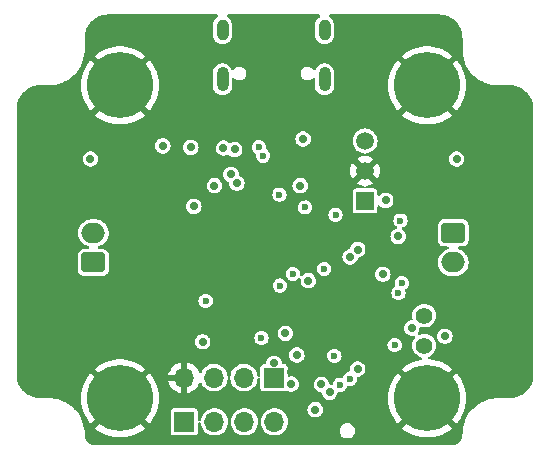
<source format=gbr>
%TF.GenerationSoftware,KiCad,Pcbnew,8.0.2*%
%TF.CreationDate,2024-07-19T14:35:33-04:00*%
%TF.ProjectId,StepperMotorDriver,53746570-7065-4724-9d6f-746f72447269,rev?*%
%TF.SameCoordinates,Original*%
%TF.FileFunction,Copper,L2,Inr*%
%TF.FilePolarity,Positive*%
%FSLAX46Y46*%
G04 Gerber Fmt 4.6, Leading zero omitted, Abs format (unit mm)*
G04 Created by KiCad (PCBNEW 8.0.2) date 2024-07-19 14:35:33*
%MOMM*%
%LPD*%
G01*
G04 APERTURE LIST*
G04 Aperture macros list*
%AMRoundRect*
0 Rectangle with rounded corners*
0 $1 Rounding radius*
0 $2 $3 $4 $5 $6 $7 $8 $9 X,Y pos of 4 corners*
0 Add a 4 corners polygon primitive as box body*
4,1,4,$2,$3,$4,$5,$6,$7,$8,$9,$2,$3,0*
0 Add four circle primitives for the rounded corners*
1,1,$1+$1,$2,$3*
1,1,$1+$1,$4,$5*
1,1,$1+$1,$6,$7*
1,1,$1+$1,$8,$9*
0 Add four rect primitives between the rounded corners*
20,1,$1+$1,$2,$3,$4,$5,0*
20,1,$1+$1,$4,$5,$6,$7,0*
20,1,$1+$1,$6,$7,$8,$9,0*
20,1,$1+$1,$8,$9,$2,$3,0*%
G04 Aperture macros list end*
%TA.AperFunction,ComponentPad*%
%ADD10C,1.400000*%
%TD*%
%TA.AperFunction,ComponentPad*%
%ADD11RoundRect,0.250000X-0.750000X0.600000X-0.750000X-0.600000X0.750000X-0.600000X0.750000X0.600000X0*%
%TD*%
%TA.AperFunction,ComponentPad*%
%ADD12O,2.000000X1.700000*%
%TD*%
%TA.AperFunction,ComponentPad*%
%ADD13C,5.600000*%
%TD*%
%TA.AperFunction,ComponentPad*%
%ADD14RoundRect,0.250000X0.750000X-0.600000X0.750000X0.600000X-0.750000X0.600000X-0.750000X-0.600000X0*%
%TD*%
%TA.AperFunction,ComponentPad*%
%ADD15R,1.500000X1.500000*%
%TD*%
%TA.AperFunction,ComponentPad*%
%ADD16C,1.500000*%
%TD*%
%TA.AperFunction,ComponentPad*%
%ADD17R,1.700000X1.700000*%
%TD*%
%TA.AperFunction,ComponentPad*%
%ADD18O,1.700000X1.700000*%
%TD*%
%TA.AperFunction,ComponentPad*%
%ADD19O,1.000000X2.100000*%
%TD*%
%TA.AperFunction,ComponentPad*%
%ADD20O,1.000000X1.800000*%
%TD*%
%TA.AperFunction,ViaPad*%
%ADD21C,0.600000*%
%TD*%
%TA.AperFunction,ViaPad*%
%ADD22C,0.700000*%
%TD*%
G04 APERTURE END LIST*
D10*
%TO.N,/CANL*%
%TO.C,JP1*%
X146750000Y-110000000D03*
%TO.N,Net-(JP1-B)*%
X146750000Y-112540000D03*
%TD*%
D11*
%TO.N,/CANH*%
%TO.C,J7*%
X149217500Y-103000000D03*
D12*
%TO.N,/CANL*%
X149217500Y-105500000D03*
%TD*%
D13*
%TO.N,GND*%
%TO.C,H3*%
X121000000Y-90500000D03*
%TD*%
%TO.N,GND*%
%TO.C,H4*%
X121000000Y-117000000D03*
%TD*%
%TO.N,GND*%
%TO.C,H2*%
X147000000Y-117000000D03*
%TD*%
D14*
%TO.N,/CANL*%
%TO.C,J1*%
X118750000Y-105500000D03*
D12*
%TO.N,/CANH*%
X118750000Y-103000000D03*
%TD*%
D13*
%TO.N,GND*%
%TO.C,H1*%
X147000000Y-90500000D03*
%TD*%
D15*
%TO.N,VCC*%
%TO.C,U5*%
X141750000Y-100290000D03*
D16*
%TO.N,GND*%
X141750000Y-97750000D03*
%TO.N,+3V3*%
X141750000Y-95210000D03*
%TD*%
D17*
%TO.N,/OB2*%
%TO.C,J4*%
X126460000Y-119000000D03*
D18*
%TO.N,/OB1*%
X129000000Y-119000000D03*
%TO.N,/OA1*%
X131540000Y-119000000D03*
%TO.N,/OA2*%
X134080000Y-119000000D03*
%TD*%
D19*
%TO.N,unconnected-(J5-SHIELD-PadS1)*%
%TO.C,J5*%
X138320000Y-90000000D03*
D20*
%TO.N,unconnected-(J5-SHIELD-PadS1)_2*%
X138320000Y-85820000D03*
D19*
%TO.N,unconnected-(J5-SHIELD-PadS1)_0*%
X129680000Y-90000000D03*
D20*
%TO.N,unconnected-(J5-SHIELD-PadS1)_1*%
X129680000Y-85820000D03*
%TD*%
D17*
%TO.N,+3V3*%
%TO.C,J6*%
X134040000Y-115250000D03*
D18*
%TO.N,/SWDIO*%
X131500000Y-115250000D03*
%TO.N,/SWDCLK*%
X128960000Y-115250000D03*
%TO.N,GND*%
X126420000Y-115250000D03*
%TD*%
D21*
%TO.N,GND*%
X129750000Y-92000000D03*
D22*
X123150002Y-101900000D03*
X124661894Y-98161894D03*
X136500000Y-92050000D03*
D21*
X137500000Y-92000000D03*
D22*
X141500000Y-103300000D03*
X122369975Y-109130025D03*
X136500000Y-97000000D03*
X140253920Y-104003920D03*
D21*
X130750000Y-92000000D03*
D22*
X143250000Y-97250000D03*
X131000000Y-112220000D03*
X131978553Y-112021447D03*
X123556191Y-100450000D03*
D21*
X132233771Y-109295565D03*
D22*
X139750000Y-103300000D03*
X121000000Y-94500000D03*
X144250000Y-106500000D03*
X135500000Y-114750000D03*
X123500000Y-109500000D03*
X128276844Y-96526844D03*
X143250000Y-98250000D03*
X147250000Y-99500000D03*
X129000000Y-104750000D03*
X150750000Y-117000000D03*
X121750000Y-108000000D03*
X147250000Y-100500000D03*
X142500000Y-103300000D03*
X125000000Y-114500000D03*
X118750000Y-112000000D03*
D21*
X132500000Y-94000000D03*
D22*
X136499831Y-99999059D03*
X117250000Y-117000000D03*
X149750000Y-113000000D03*
X143250000Y-119500000D03*
X136249999Y-108500000D03*
D21*
X137500000Y-93750000D03*
D22*
X144085070Y-98643932D03*
X143250000Y-90500000D03*
D21*
%TO.N,+3V3*%
X132980873Y-111900111D03*
D22*
X148499975Y-111749975D03*
X134040000Y-114040000D03*
X135500000Y-115800000D03*
X136250000Y-99000000D03*
X137519975Y-117969975D03*
X127250000Y-100750000D03*
X145699999Y-111060051D03*
X136500000Y-95050000D03*
X128000000Y-112220000D03*
%TO.N,VCC*%
X149500000Y-96750000D03*
X144539949Y-103299999D03*
X118500000Y-96750000D03*
X143500000Y-100250000D03*
%TO.N,/OB1*%
X138050000Y-115815543D03*
X140480806Y-105029324D03*
%TO.N,/OA2*%
X143250000Y-106500000D03*
X141124176Y-114514556D03*
D21*
%TO.N,/MOT_STBY*%
X144850000Y-107250000D03*
X138290379Y-106040381D03*
%TO.N,/MOT_DIR*%
X144750000Y-101950000D03*
X144577541Y-108091699D03*
D22*
%TO.N,/MOT_ENABLE*%
X128999360Y-99000000D03*
X135000000Y-111500000D03*
D21*
%TO.N,/MOT_DIAG*%
X139250000Y-101450000D03*
X139150000Y-113400000D03*
%TO.N,/MOT_MS1*%
X139625000Y-115850000D03*
X132750000Y-95750000D03*
D22*
%TO.N,/OA1*%
X141130295Y-104406295D03*
X138750000Y-116500000D03*
D21*
%TO.N,/MOT_MS2*%
X140490380Y-115340380D03*
X133127370Y-96455405D03*
D22*
%TO.N,/OB2*%
X136940379Y-107049570D03*
X135975001Y-113337146D03*
D21*
%TO.N,/MOT_UART_RX*%
X128250000Y-108750000D03*
X144250000Y-112500000D03*
%TO.N,/SWDCLK*%
X134500000Y-99750000D03*
%TO.N,/SWDIO*%
X136650000Y-100835691D03*
D22*
%TO.N,/BOOT0*%
X124630025Y-95630025D03*
X127000000Y-95750000D03*
%TO.N,/ESCL*%
X130711290Y-95931606D03*
X130900000Y-98795388D03*
%TO.N,/ESDA*%
X130400001Y-98047055D03*
X129759999Y-95820000D03*
D21*
%TO.N,/CAN_TX*%
X134540381Y-107459619D03*
%TO.N,/CAN_RX*%
X135625762Y-106455000D03*
%TD*%
%TA.AperFunction,Conductor*%
%TO.N,GND*%
G36*
X129274280Y-84519685D02*
G01*
X129320035Y-84572489D01*
X129329979Y-84641647D01*
X129300954Y-84705203D01*
X129276132Y-84727102D01*
X129169711Y-84798210D01*
X129169707Y-84798213D01*
X129058213Y-84909707D01*
X129058210Y-84909711D01*
X128970609Y-85040814D01*
X128970602Y-85040827D01*
X128910264Y-85186498D01*
X128910261Y-85186510D01*
X128879500Y-85341153D01*
X128879500Y-86298846D01*
X128910261Y-86453489D01*
X128910264Y-86453501D01*
X128970602Y-86599172D01*
X128970609Y-86599185D01*
X129058210Y-86730288D01*
X129058213Y-86730292D01*
X129169707Y-86841786D01*
X129169711Y-86841789D01*
X129300814Y-86929390D01*
X129300827Y-86929397D01*
X129446498Y-86989735D01*
X129446503Y-86989737D01*
X129601153Y-87020499D01*
X129601156Y-87020500D01*
X129601158Y-87020500D01*
X129758844Y-87020500D01*
X129758845Y-87020499D01*
X129913497Y-86989737D01*
X130059179Y-86929394D01*
X130190289Y-86841789D01*
X130301789Y-86730289D01*
X130389394Y-86599179D01*
X130449737Y-86453497D01*
X130480500Y-86298842D01*
X130480500Y-85341158D01*
X130480500Y-85341155D01*
X130480499Y-85341153D01*
X130468888Y-85282782D01*
X130449737Y-85186503D01*
X130428790Y-85135932D01*
X130389397Y-85040827D01*
X130389390Y-85040814D01*
X130301789Y-84909711D01*
X130301786Y-84909707D01*
X130190292Y-84798213D01*
X130190288Y-84798210D01*
X130083868Y-84727102D01*
X130039063Y-84673490D01*
X130030356Y-84604165D01*
X130060511Y-84541137D01*
X130119954Y-84504418D01*
X130152759Y-84500000D01*
X137847241Y-84500000D01*
X137914280Y-84519685D01*
X137960035Y-84572489D01*
X137969979Y-84641647D01*
X137940954Y-84705203D01*
X137916132Y-84727102D01*
X137809711Y-84798210D01*
X137809707Y-84798213D01*
X137698213Y-84909707D01*
X137698210Y-84909711D01*
X137610609Y-85040814D01*
X137610602Y-85040827D01*
X137550264Y-85186498D01*
X137550261Y-85186510D01*
X137519500Y-85341153D01*
X137519500Y-86298846D01*
X137550261Y-86453489D01*
X137550264Y-86453501D01*
X137610602Y-86599172D01*
X137610609Y-86599185D01*
X137698210Y-86730288D01*
X137698213Y-86730292D01*
X137809707Y-86841786D01*
X137809711Y-86841789D01*
X137940814Y-86929390D01*
X137940827Y-86929397D01*
X138086498Y-86989735D01*
X138086503Y-86989737D01*
X138241153Y-87020499D01*
X138241156Y-87020500D01*
X138241158Y-87020500D01*
X138398844Y-87020500D01*
X138398845Y-87020499D01*
X138553497Y-86989737D01*
X138699179Y-86929394D01*
X138830289Y-86841789D01*
X138941789Y-86730289D01*
X139029394Y-86599179D01*
X139089737Y-86453497D01*
X139120500Y-86298842D01*
X139120500Y-85341158D01*
X139120500Y-85341155D01*
X139120499Y-85341153D01*
X139108888Y-85282782D01*
X139089737Y-85186503D01*
X139068790Y-85135932D01*
X139029397Y-85040827D01*
X139029390Y-85040814D01*
X138941789Y-84909711D01*
X138941786Y-84909707D01*
X138830292Y-84798213D01*
X138830288Y-84798210D01*
X138723868Y-84727102D01*
X138679063Y-84673490D01*
X138670356Y-84604165D01*
X138700511Y-84541137D01*
X138759954Y-84504418D01*
X138792759Y-84500000D01*
X138923409Y-84500000D01*
X138931038Y-84500500D01*
X138935333Y-84500500D01*
X147934108Y-84500500D01*
X147995933Y-84500500D01*
X148004043Y-84500765D01*
X148252895Y-84517075D01*
X148268953Y-84519190D01*
X148476105Y-84560395D01*
X148509535Y-84567045D01*
X148525202Y-84571243D01*
X148694947Y-84628863D01*
X148757481Y-84650091D01*
X148772458Y-84656294D01*
X148981799Y-84759529D01*
X148992460Y-84764787D01*
X149006508Y-84772897D01*
X149210464Y-84909177D01*
X149223328Y-84919048D01*
X149407749Y-85080781D01*
X149419218Y-85092250D01*
X149580951Y-85276671D01*
X149590825Y-85289539D01*
X149727102Y-85493492D01*
X149735212Y-85507539D01*
X149843702Y-85727534D01*
X149849909Y-85742520D01*
X149928756Y-85974797D01*
X149932954Y-85990464D01*
X149980807Y-86231035D01*
X149982925Y-86247116D01*
X149999235Y-86495956D01*
X149999500Y-86504066D01*
X149999500Y-87434108D01*
X149999500Y-87500000D01*
X149999500Y-87657250D01*
X150032374Y-87970026D01*
X150032375Y-87970031D01*
X150097760Y-88277647D01*
X150097761Y-88277649D01*
X150170003Y-88499991D01*
X150194947Y-88576759D01*
X150241031Y-88680264D01*
X150322866Y-88864068D01*
X150322869Y-88864075D01*
X150480112Y-89136428D01*
X150480115Y-89136433D01*
X150664967Y-89390860D01*
X150664974Y-89390869D01*
X150747384Y-89482394D01*
X150875414Y-89624586D01*
X150983755Y-89722136D01*
X151109130Y-89835025D01*
X151109139Y-89835032D01*
X151363566Y-90019884D01*
X151363571Y-90019887D01*
X151635924Y-90177130D01*
X151635928Y-90177131D01*
X151635932Y-90177134D01*
X151923241Y-90305053D01*
X152222348Y-90402238D01*
X152222351Y-90402238D01*
X152222352Y-90402239D01*
X152264737Y-90411248D01*
X152529974Y-90467626D01*
X152842750Y-90500500D01*
X152934108Y-90500500D01*
X153934108Y-90500500D01*
X153995933Y-90500500D01*
X154004043Y-90500765D01*
X154252895Y-90517075D01*
X154268953Y-90519190D01*
X154476105Y-90560395D01*
X154509535Y-90567045D01*
X154525202Y-90571243D01*
X154686285Y-90625923D01*
X154757481Y-90650091D01*
X154772458Y-90656294D01*
X154981799Y-90759529D01*
X154992460Y-90764787D01*
X155006508Y-90772897D01*
X155210464Y-90909177D01*
X155223328Y-90919048D01*
X155407749Y-91080781D01*
X155419218Y-91092250D01*
X155580951Y-91276671D01*
X155590825Y-91289539D01*
X155727102Y-91493492D01*
X155735212Y-91507539D01*
X155843702Y-91727534D01*
X155849909Y-91742520D01*
X155928756Y-91974797D01*
X155932954Y-91990464D01*
X155980807Y-92231035D01*
X155982925Y-92247116D01*
X155999235Y-92495956D01*
X155999500Y-92504066D01*
X155999500Y-114995933D01*
X155999235Y-115004043D01*
X155982925Y-115252883D01*
X155980807Y-115268964D01*
X155932954Y-115509535D01*
X155928756Y-115525202D01*
X155849909Y-115757479D01*
X155843702Y-115772465D01*
X155735212Y-115992460D01*
X155727102Y-116006507D01*
X155590825Y-116210460D01*
X155580951Y-116223328D01*
X155419218Y-116407749D01*
X155407749Y-116419218D01*
X155223328Y-116580951D01*
X155210460Y-116590825D01*
X155006507Y-116727102D01*
X154992460Y-116735212D01*
X154772465Y-116843702D01*
X154757479Y-116849909D01*
X154525202Y-116928756D01*
X154509535Y-116932954D01*
X154268964Y-116980807D01*
X154252883Y-116982925D01*
X154004043Y-116999235D01*
X153995933Y-116999500D01*
X153065892Y-116999500D01*
X153000000Y-116999500D01*
X152842750Y-116999500D01*
X152529974Y-117032374D01*
X152529970Y-117032374D01*
X152529968Y-117032375D01*
X152222352Y-117097760D01*
X152222350Y-117097761D01*
X151923248Y-117194944D01*
X151635931Y-117322866D01*
X151635924Y-117322869D01*
X151363571Y-117480112D01*
X151363566Y-117480115D01*
X151109139Y-117664967D01*
X151109130Y-117664974D01*
X150875414Y-117875414D01*
X150664974Y-118109130D01*
X150664967Y-118109139D01*
X150480115Y-118363566D01*
X150480112Y-118363571D01*
X150322869Y-118635924D01*
X150322866Y-118635931D01*
X150194944Y-118923248D01*
X150097761Y-119222350D01*
X150097760Y-119222352D01*
X150034741Y-119518836D01*
X150032374Y-119529974D01*
X150002515Y-119814071D01*
X149999500Y-119842754D01*
X149999500Y-119994598D01*
X149999028Y-120005406D01*
X149985261Y-120162754D01*
X149981508Y-120184039D01*
X149942031Y-120331370D01*
X149934638Y-120351682D01*
X149870178Y-120489916D01*
X149859371Y-120508634D01*
X149771881Y-120633583D01*
X149757987Y-120650141D01*
X149650141Y-120757987D01*
X149633583Y-120771881D01*
X149508634Y-120859371D01*
X149489916Y-120870178D01*
X149351682Y-120934638D01*
X149331370Y-120942031D01*
X149184039Y-120981508D01*
X149162754Y-120985261D01*
X149008494Y-120998757D01*
X149005476Y-120999022D01*
X149005407Y-120999028D01*
X148994599Y-120999500D01*
X119005452Y-120999500D01*
X118994573Y-120999022D01*
X118832545Y-120984751D01*
X118811120Y-120980947D01*
X118659369Y-120939999D01*
X118638939Y-120932509D01*
X118496681Y-120865664D01*
X118477875Y-120854718D01*
X118349491Y-120764035D01*
X118332889Y-120749971D01*
X118222332Y-120638242D01*
X118208443Y-120621491D01*
X118119122Y-120492160D01*
X118108375Y-120473240D01*
X118043035Y-120330284D01*
X118035761Y-120309777D01*
X118004448Y-120188667D01*
X118000500Y-120157627D01*
X118000500Y-119842754D01*
X118000500Y-119842750D01*
X117967626Y-119529974D01*
X117902238Y-119222348D01*
X117805053Y-118923241D01*
X117677134Y-118635932D01*
X117677131Y-118635928D01*
X117677130Y-118635924D01*
X117519887Y-118363571D01*
X117519884Y-118363566D01*
X117335032Y-118109139D01*
X117335025Y-118109130D01*
X117205881Y-117965702D01*
X117124586Y-117875414D01*
X117000885Y-117764033D01*
X116890869Y-117664974D01*
X116890860Y-117664967D01*
X116636433Y-117480115D01*
X116636428Y-117480112D01*
X116364075Y-117322869D01*
X116364068Y-117322866D01*
X116356452Y-117319475D01*
X116076759Y-117194947D01*
X116076754Y-117194945D01*
X116076751Y-117194944D01*
X115777649Y-117097761D01*
X115777647Y-117097760D01*
X115502530Y-117039283D01*
X115470026Y-117032374D01*
X115161979Y-116999997D01*
X117695153Y-116999997D01*
X117695153Y-117000002D01*
X117714526Y-117357314D01*
X117714527Y-117357331D01*
X117772415Y-117710431D01*
X117772421Y-117710457D01*
X117868147Y-118055232D01*
X117868149Y-118055239D01*
X118000597Y-118387659D01*
X118000606Y-118387677D01*
X118168218Y-118703827D01*
X118369024Y-118999994D01*
X118369035Y-119000008D01*
X118496441Y-119150002D01*
X118496442Y-119150002D01*
X119705747Y-117940697D01*
X119779588Y-118042330D01*
X119957670Y-118220412D01*
X120059300Y-118294251D01*
X118847257Y-119506294D01*
X118860495Y-119518836D01*
X119145367Y-119735388D01*
X119145370Y-119735390D01*
X119451990Y-119919876D01*
X119776739Y-120070122D01*
X119776744Y-120070123D01*
X120115855Y-120184383D01*
X120465339Y-120261311D01*
X120821075Y-120299999D01*
X120821085Y-120300000D01*
X121178915Y-120300000D01*
X121178924Y-120299999D01*
X121534660Y-120261311D01*
X121884144Y-120184383D01*
X122223255Y-120070123D01*
X122223260Y-120070122D01*
X122548009Y-119919876D01*
X122854629Y-119735390D01*
X122854632Y-119735388D01*
X123139509Y-119518831D01*
X123152742Y-119506295D01*
X123152742Y-119506294D01*
X121940699Y-118294251D01*
X122042330Y-118220412D01*
X122220412Y-118042330D01*
X122294251Y-117940698D01*
X123503556Y-119150002D01*
X123630972Y-118999998D01*
X123630975Y-118999994D01*
X123831781Y-118703827D01*
X123999393Y-118387677D01*
X123999402Y-118387659D01*
X124111971Y-118105131D01*
X125309500Y-118105131D01*
X125309500Y-119894856D01*
X125309502Y-119894882D01*
X125312413Y-119919987D01*
X125312415Y-119919991D01*
X125357793Y-120022764D01*
X125357794Y-120022765D01*
X125437235Y-120102206D01*
X125540009Y-120147585D01*
X125565135Y-120150500D01*
X127354864Y-120150499D01*
X127354879Y-120150497D01*
X127354882Y-120150497D01*
X127379987Y-120147586D01*
X127379988Y-120147585D01*
X127379991Y-120147585D01*
X127482765Y-120102206D01*
X127562206Y-120022765D01*
X127607585Y-119919991D01*
X127610500Y-119894865D01*
X127610499Y-119156046D01*
X127630183Y-119089009D01*
X127682987Y-119043254D01*
X127752146Y-119033310D01*
X127815702Y-119062335D01*
X127853476Y-119121113D01*
X127857970Y-119144606D01*
X127864244Y-119212310D01*
X127922596Y-119417392D01*
X127922596Y-119417394D01*
X128017632Y-119608253D01*
X128146127Y-119778406D01*
X128146128Y-119778407D01*
X128303698Y-119922052D01*
X128484981Y-120034298D01*
X128683802Y-120111321D01*
X128893390Y-120150500D01*
X128893392Y-120150500D01*
X129106608Y-120150500D01*
X129106610Y-120150500D01*
X129316198Y-120111321D01*
X129515019Y-120034298D01*
X129696302Y-119922052D01*
X129853872Y-119778407D01*
X129982366Y-119608255D01*
X130006264Y-119560261D01*
X130077403Y-119417394D01*
X130077403Y-119417393D01*
X130077405Y-119417389D01*
X130135756Y-119212310D01*
X130146529Y-119096047D01*
X130172315Y-119031111D01*
X130214622Y-119000804D01*
X130323130Y-119000804D01*
X130359503Y-119021668D01*
X130391693Y-119083681D01*
X130393471Y-119096048D01*
X130404244Y-119212310D01*
X130462596Y-119417392D01*
X130462596Y-119417394D01*
X130557632Y-119608253D01*
X130686127Y-119778406D01*
X130686128Y-119778407D01*
X130843698Y-119922052D01*
X131024981Y-120034298D01*
X131223802Y-120111321D01*
X131433390Y-120150500D01*
X131433392Y-120150500D01*
X131646608Y-120150500D01*
X131646610Y-120150500D01*
X131856198Y-120111321D01*
X132055019Y-120034298D01*
X132236302Y-119922052D01*
X132393872Y-119778407D01*
X132522366Y-119608255D01*
X132546264Y-119560261D01*
X132617403Y-119417394D01*
X132617403Y-119417393D01*
X132617405Y-119417389D01*
X132675756Y-119212310D01*
X132686529Y-119096047D01*
X132712315Y-119031111D01*
X132754622Y-119000804D01*
X132863130Y-119000804D01*
X132899503Y-119021668D01*
X132931693Y-119083681D01*
X132933471Y-119096048D01*
X132944244Y-119212310D01*
X133002596Y-119417392D01*
X133002596Y-119417394D01*
X133097632Y-119608253D01*
X133226127Y-119778406D01*
X133226128Y-119778407D01*
X133383698Y-119922052D01*
X133564981Y-120034298D01*
X133763802Y-120111321D01*
X133973390Y-120150500D01*
X133973392Y-120150500D01*
X134186608Y-120150500D01*
X134186610Y-120150500D01*
X134396198Y-120111321D01*
X134595019Y-120034298D01*
X134776302Y-119922052D01*
X134894751Y-119814071D01*
X139599499Y-119814071D01*
X139624497Y-119939738D01*
X139624499Y-119939744D01*
X139673533Y-120058124D01*
X139673538Y-120058133D01*
X139744723Y-120164668D01*
X139744726Y-120164672D01*
X139835327Y-120255273D01*
X139835331Y-120255276D01*
X139941866Y-120326461D01*
X139941875Y-120326466D01*
X139963285Y-120335334D01*
X140060256Y-120375501D01*
X140060260Y-120375501D01*
X140060261Y-120375502D01*
X140185928Y-120400500D01*
X140185931Y-120400500D01*
X140314071Y-120400500D01*
X140398615Y-120383682D01*
X140439744Y-120375501D01*
X140558127Y-120326465D01*
X140664669Y-120255276D01*
X140755276Y-120164669D01*
X140826465Y-120058127D01*
X140875501Y-119939744D01*
X140900500Y-119814069D01*
X140900500Y-119685931D01*
X140900500Y-119685928D01*
X140875502Y-119560261D01*
X140875501Y-119560260D01*
X140875501Y-119560256D01*
X140826465Y-119441873D01*
X140826464Y-119441872D01*
X140826461Y-119441866D01*
X140755276Y-119335331D01*
X140755273Y-119335327D01*
X140664672Y-119244726D01*
X140664668Y-119244723D01*
X140558133Y-119173538D01*
X140558124Y-119173533D01*
X140439744Y-119124499D01*
X140439738Y-119124497D01*
X140314071Y-119099500D01*
X140314069Y-119099500D01*
X140185931Y-119099500D01*
X140185929Y-119099500D01*
X140060261Y-119124497D01*
X140060255Y-119124499D01*
X139941875Y-119173533D01*
X139941866Y-119173538D01*
X139835331Y-119244723D01*
X139835327Y-119244726D01*
X139744726Y-119335327D01*
X139744723Y-119335331D01*
X139673538Y-119441866D01*
X139673533Y-119441875D01*
X139624499Y-119560255D01*
X139624497Y-119560261D01*
X139599500Y-119685928D01*
X139599500Y-119685931D01*
X139599500Y-119814069D01*
X139599500Y-119814071D01*
X139599499Y-119814071D01*
X134894751Y-119814071D01*
X134933872Y-119778407D01*
X135062366Y-119608255D01*
X135086264Y-119560261D01*
X135157403Y-119417394D01*
X135157403Y-119417393D01*
X135157405Y-119417389D01*
X135215756Y-119212310D01*
X135235429Y-119000000D01*
X135235428Y-118999994D01*
X135231817Y-118961018D01*
X135215756Y-118787690D01*
X135157405Y-118582611D01*
X135157403Y-118582606D01*
X135157403Y-118582605D01*
X135062367Y-118391746D01*
X134933872Y-118221593D01*
X134932577Y-118220412D01*
X134776302Y-118077948D01*
X134601918Y-117969974D01*
X136864697Y-117969974D01*
X136864697Y-117969975D01*
X136883737Y-118126793D01*
X136939755Y-118274498D01*
X137029492Y-118404505D01*
X137147735Y-118509258D01*
X137147737Y-118509259D01*
X137287609Y-118582671D01*
X137440989Y-118620475D01*
X137440990Y-118620475D01*
X137598960Y-118620475D01*
X137752340Y-118582671D01*
X137752466Y-118582605D01*
X137892215Y-118509258D01*
X138010458Y-118404505D01*
X138100195Y-118274498D01*
X138156212Y-118126793D01*
X138175253Y-117969975D01*
X138156212Y-117813157D01*
X138100195Y-117665452D01*
X138010458Y-117535445D01*
X137892215Y-117430692D01*
X137892213Y-117430691D01*
X137892212Y-117430690D01*
X137752340Y-117357278D01*
X137598961Y-117319475D01*
X137598960Y-117319475D01*
X137440990Y-117319475D01*
X137440989Y-117319475D01*
X137287609Y-117357278D01*
X137147737Y-117430690D01*
X137029491Y-117535446D01*
X136939756Y-117665450D01*
X136939755Y-117665451D01*
X136883737Y-117813156D01*
X136864697Y-117969974D01*
X134601918Y-117969974D01*
X134595019Y-117965702D01*
X134595017Y-117965701D01*
X134431198Y-117902238D01*
X134396198Y-117888679D01*
X134186610Y-117849500D01*
X133973390Y-117849500D01*
X133763802Y-117888679D01*
X133763799Y-117888679D01*
X133763799Y-117888680D01*
X133564982Y-117965701D01*
X133564980Y-117965702D01*
X133383699Y-118077947D01*
X133226127Y-118221593D01*
X133097632Y-118391746D01*
X133002596Y-118582605D01*
X133002596Y-118582607D01*
X132944244Y-118787689D01*
X132933471Y-118903951D01*
X132907685Y-118968888D01*
X132863130Y-119000804D01*
X132754622Y-119000804D01*
X132756869Y-118999194D01*
X132720497Y-118978331D01*
X132688307Y-118916318D01*
X132686529Y-118903951D01*
X132683175Y-118867759D01*
X132675756Y-118787690D01*
X132617405Y-118582611D01*
X132617403Y-118582606D01*
X132617403Y-118582605D01*
X132522367Y-118391746D01*
X132393872Y-118221593D01*
X132392577Y-118220412D01*
X132236302Y-118077948D01*
X132055019Y-117965702D01*
X132055017Y-117965701D01*
X131891198Y-117902238D01*
X131856198Y-117888679D01*
X131646610Y-117849500D01*
X131433390Y-117849500D01*
X131223802Y-117888679D01*
X131223799Y-117888679D01*
X131223799Y-117888680D01*
X131024982Y-117965701D01*
X131024980Y-117965702D01*
X130843699Y-118077947D01*
X130686127Y-118221593D01*
X130557632Y-118391746D01*
X130462596Y-118582605D01*
X130462596Y-118582607D01*
X130404244Y-118787689D01*
X130393471Y-118903951D01*
X130367685Y-118968888D01*
X130323130Y-119000804D01*
X130214622Y-119000804D01*
X130216869Y-118999194D01*
X130180497Y-118978331D01*
X130148307Y-118916318D01*
X130146529Y-118903951D01*
X130143175Y-118867759D01*
X130135756Y-118787690D01*
X130077405Y-118582611D01*
X130077403Y-118582606D01*
X130077403Y-118582605D01*
X129982367Y-118391746D01*
X129853872Y-118221593D01*
X129852577Y-118220412D01*
X129696302Y-118077948D01*
X129515019Y-117965702D01*
X129515017Y-117965701D01*
X129351198Y-117902238D01*
X129316198Y-117888679D01*
X129106610Y-117849500D01*
X128893390Y-117849500D01*
X128683802Y-117888679D01*
X128683799Y-117888679D01*
X128683799Y-117888680D01*
X128484982Y-117965701D01*
X128484980Y-117965702D01*
X128303699Y-118077947D01*
X128146127Y-118221593D01*
X128017632Y-118391746D01*
X127922596Y-118582605D01*
X127922596Y-118582607D01*
X127864244Y-118787689D01*
X127857970Y-118855394D01*
X127832183Y-118920331D01*
X127775383Y-118961018D01*
X127705602Y-118964538D01*
X127644995Y-118929772D01*
X127612806Y-118867759D01*
X127610499Y-118843952D01*
X127610499Y-118105143D01*
X127610499Y-118105136D01*
X127610497Y-118105117D01*
X127607586Y-118080012D01*
X127607585Y-118080010D01*
X127607585Y-118080009D01*
X127562206Y-117977235D01*
X127482765Y-117897794D01*
X127462124Y-117888680D01*
X127379992Y-117852415D01*
X127354865Y-117849500D01*
X125565143Y-117849500D01*
X125565117Y-117849502D01*
X125540012Y-117852413D01*
X125540008Y-117852415D01*
X125437235Y-117897793D01*
X125357794Y-117977234D01*
X125312415Y-118080006D01*
X125312415Y-118080008D01*
X125309500Y-118105131D01*
X124111971Y-118105131D01*
X124131850Y-118055239D01*
X124131852Y-118055232D01*
X124227578Y-117710457D01*
X124227584Y-117710431D01*
X124285472Y-117357331D01*
X124285473Y-117357314D01*
X124304847Y-117000002D01*
X124304847Y-116999997D01*
X124285473Y-116642685D01*
X124285472Y-116642668D01*
X124227584Y-116289568D01*
X124227578Y-116289542D01*
X124131852Y-115944767D01*
X124131850Y-115944760D01*
X123999402Y-115612340D01*
X123999393Y-115612322D01*
X123831781Y-115296172D01*
X123630972Y-115000000D01*
X123630971Y-114999999D01*
X125089364Y-114999999D01*
X125089364Y-115000000D01*
X125986988Y-115000000D01*
X125954075Y-115057007D01*
X125920000Y-115184174D01*
X125920000Y-115315826D01*
X125954075Y-115442993D01*
X125986988Y-115500000D01*
X125089364Y-115500000D01*
X125146567Y-115713486D01*
X125146570Y-115713492D01*
X125246399Y-115927578D01*
X125381894Y-116121082D01*
X125548917Y-116288105D01*
X125742421Y-116423600D01*
X125956507Y-116523429D01*
X125956516Y-116523433D01*
X126170000Y-116580634D01*
X126170000Y-115683012D01*
X126227007Y-115715925D01*
X126354174Y-115750000D01*
X126485826Y-115750000D01*
X126612993Y-115715925D01*
X126670000Y-115683012D01*
X126670000Y-116580633D01*
X126883483Y-116523433D01*
X126883492Y-116523429D01*
X127097578Y-116423600D01*
X127291082Y-116288105D01*
X127458105Y-116121082D01*
X127593600Y-115927578D01*
X127687294Y-115726651D01*
X127733466Y-115674212D01*
X127800660Y-115655060D01*
X127867541Y-115675276D01*
X127910676Y-115723785D01*
X127977632Y-115858253D01*
X128089782Y-116006762D01*
X128106128Y-116028407D01*
X128263698Y-116172052D01*
X128444981Y-116284298D01*
X128643802Y-116361321D01*
X128853390Y-116400500D01*
X128853392Y-116400500D01*
X129066608Y-116400500D01*
X129066610Y-116400500D01*
X129276198Y-116361321D01*
X129475019Y-116284298D01*
X129656302Y-116172052D01*
X129813872Y-116028407D01*
X129942366Y-115858255D01*
X129982501Y-115777652D01*
X130037403Y-115667394D01*
X130037403Y-115667393D01*
X130037405Y-115667389D01*
X130095756Y-115462310D01*
X130106529Y-115346047D01*
X130132315Y-115281111D01*
X130174622Y-115250804D01*
X130283130Y-115250804D01*
X130319503Y-115271668D01*
X130351693Y-115333681D01*
X130353470Y-115346047D01*
X130364244Y-115462310D01*
X130417675Y-115650099D01*
X130422596Y-115667392D01*
X130422596Y-115667394D01*
X130517632Y-115858253D01*
X130629782Y-116006762D01*
X130646128Y-116028407D01*
X130803698Y-116172052D01*
X130984981Y-116284298D01*
X131183802Y-116361321D01*
X131393390Y-116400500D01*
X131393392Y-116400500D01*
X131606608Y-116400500D01*
X131606610Y-116400500D01*
X131816198Y-116361321D01*
X132015019Y-116284298D01*
X132196302Y-116172052D01*
X132353872Y-116028407D01*
X132482366Y-115858255D01*
X132522501Y-115777652D01*
X132577403Y-115667394D01*
X132577403Y-115667393D01*
X132577405Y-115667389D01*
X132635756Y-115462310D01*
X132642029Y-115394605D01*
X132667814Y-115329669D01*
X132724614Y-115288981D01*
X132794395Y-115285461D01*
X132855002Y-115320225D01*
X132887193Y-115382238D01*
X132889500Y-115406047D01*
X132889500Y-116144856D01*
X132889502Y-116144882D01*
X132892413Y-116169987D01*
X132892415Y-116169991D01*
X132937793Y-116272764D01*
X132937794Y-116272765D01*
X133017235Y-116352206D01*
X133120009Y-116397585D01*
X133145135Y-116400500D01*
X134934864Y-116400499D01*
X134934879Y-116400497D01*
X134934882Y-116400497D01*
X134959987Y-116397586D01*
X134959991Y-116397585D01*
X135056702Y-116354883D01*
X135125980Y-116345811D01*
X135164414Y-116358521D01*
X135267634Y-116412696D01*
X135421014Y-116450500D01*
X135421015Y-116450500D01*
X135578985Y-116450500D01*
X135732365Y-116412696D01*
X135761158Y-116397584D01*
X135872240Y-116339283D01*
X135990483Y-116234530D01*
X136080220Y-116104523D01*
X136136237Y-115956818D01*
X136153391Y-115815542D01*
X137394722Y-115815542D01*
X137394722Y-115815543D01*
X137413762Y-115972361D01*
X137435018Y-116028407D01*
X137469780Y-116120066D01*
X137559517Y-116250073D01*
X137677760Y-116354826D01*
X137677762Y-116354827D01*
X137817634Y-116428239D01*
X137971014Y-116466043D01*
X137971015Y-116466043D01*
X137980744Y-116466043D01*
X138047783Y-116485728D01*
X138093538Y-116538532D01*
X138103840Y-116575096D01*
X138113763Y-116656818D01*
X138169780Y-116804523D01*
X138259517Y-116934530D01*
X138377760Y-117039283D01*
X138377762Y-117039284D01*
X138517634Y-117112696D01*
X138671014Y-117150500D01*
X138671015Y-117150500D01*
X138828985Y-117150500D01*
X138982365Y-117112696D01*
X139010823Y-117097760D01*
X139122240Y-117039283D01*
X139166585Y-116999997D01*
X143695153Y-116999997D01*
X143695153Y-117000002D01*
X143714526Y-117357314D01*
X143714527Y-117357331D01*
X143772415Y-117710431D01*
X143772421Y-117710457D01*
X143868147Y-118055232D01*
X143868149Y-118055239D01*
X144000597Y-118387659D01*
X144000606Y-118387677D01*
X144168218Y-118703827D01*
X144369024Y-118999994D01*
X144369035Y-119000008D01*
X144496441Y-119150002D01*
X144496442Y-119150002D01*
X145705747Y-117940697D01*
X145779588Y-118042330D01*
X145957670Y-118220412D01*
X146059300Y-118294251D01*
X144847257Y-119506294D01*
X144860495Y-119518836D01*
X145145367Y-119735388D01*
X145145370Y-119735390D01*
X145451990Y-119919876D01*
X145776739Y-120070122D01*
X145776744Y-120070123D01*
X146115855Y-120184383D01*
X146465339Y-120261311D01*
X146821075Y-120299999D01*
X146821085Y-120300000D01*
X147178915Y-120300000D01*
X147178924Y-120299999D01*
X147534660Y-120261311D01*
X147884144Y-120184383D01*
X148223255Y-120070123D01*
X148223260Y-120070122D01*
X148548009Y-119919876D01*
X148854629Y-119735390D01*
X148854632Y-119735388D01*
X149139509Y-119518831D01*
X149152742Y-119506295D01*
X149152742Y-119506294D01*
X147940699Y-118294251D01*
X148042330Y-118220412D01*
X148220412Y-118042330D01*
X148294251Y-117940698D01*
X149503556Y-119150002D01*
X149630972Y-118999998D01*
X149630975Y-118999994D01*
X149831781Y-118703827D01*
X149999393Y-118387677D01*
X149999402Y-118387659D01*
X150131850Y-118055239D01*
X150131852Y-118055232D01*
X150227578Y-117710457D01*
X150227584Y-117710431D01*
X150285472Y-117357331D01*
X150285473Y-117357314D01*
X150304847Y-117000002D01*
X150304847Y-116999997D01*
X150285473Y-116642685D01*
X150285472Y-116642668D01*
X150227584Y-116289568D01*
X150227578Y-116289542D01*
X150131852Y-115944767D01*
X150131850Y-115944760D01*
X149999402Y-115612340D01*
X149999393Y-115612322D01*
X149831781Y-115296172D01*
X149630972Y-115000000D01*
X149630964Y-114999991D01*
X149503556Y-114849996D01*
X148294251Y-116059301D01*
X148220412Y-115957670D01*
X148042330Y-115779588D01*
X147940698Y-115705748D01*
X149152742Y-114493704D01*
X149139504Y-114481163D01*
X148854632Y-114264611D01*
X148854629Y-114264609D01*
X148548009Y-114080123D01*
X148223260Y-113929877D01*
X148223255Y-113929876D01*
X147884144Y-113815616D01*
X147534661Y-113738688D01*
X147181875Y-113700321D01*
X147117357Y-113673504D01*
X147077580Y-113616062D01*
X147075172Y-113546234D01*
X147110898Y-113486189D01*
X147136820Y-113467694D01*
X147308538Y-113375910D01*
X147460883Y-113250883D01*
X147585910Y-113098538D01*
X147676914Y-112928282D01*
X147678811Y-112924733D01*
X147678811Y-112924732D01*
X147678814Y-112924727D01*
X147736024Y-112736132D01*
X147755341Y-112540000D01*
X147736024Y-112343868D01*
X147678814Y-112155273D01*
X147678811Y-112155269D01*
X147678811Y-112155266D01*
X147585913Y-111981467D01*
X147585909Y-111981460D01*
X147460883Y-111829116D01*
X147364449Y-111749974D01*
X147844697Y-111749974D01*
X147844697Y-111749975D01*
X147863737Y-111906793D01*
X147892056Y-111981462D01*
X147919755Y-112054498D01*
X148009492Y-112184505D01*
X148127735Y-112289258D01*
X148127737Y-112289259D01*
X148267609Y-112362671D01*
X148420989Y-112400475D01*
X148420990Y-112400475D01*
X148578960Y-112400475D01*
X148732340Y-112362671D01*
X148768162Y-112343870D01*
X148872215Y-112289258D01*
X148990458Y-112184505D01*
X149080195Y-112054498D01*
X149136212Y-111906793D01*
X149155253Y-111749975D01*
X149154449Y-111743349D01*
X149136212Y-111593156D01*
X149090198Y-111471829D01*
X149080195Y-111445452D01*
X148990458Y-111315445D01*
X148872215Y-111210692D01*
X148872213Y-111210691D01*
X148872212Y-111210690D01*
X148732340Y-111137278D01*
X148578961Y-111099475D01*
X148578960Y-111099475D01*
X148420990Y-111099475D01*
X148420989Y-111099475D01*
X148267609Y-111137278D01*
X148127737Y-111210690D01*
X148009491Y-111315446D01*
X147919756Y-111445450D01*
X147919755Y-111445451D01*
X147863737Y-111593156D01*
X147844697Y-111749974D01*
X147364449Y-111749974D01*
X147308539Y-111704090D01*
X147308532Y-111704086D01*
X147134733Y-111611188D01*
X147134727Y-111611186D01*
X147008997Y-111573046D01*
X146946129Y-111553975D01*
X146750000Y-111534659D01*
X146553869Y-111553975D01*
X146382087Y-111606085D01*
X146312220Y-111606708D01*
X146253107Y-111569460D01*
X146223516Y-111506165D01*
X146232842Y-111436921D01*
X146244039Y-111416989D01*
X146280219Y-111364574D01*
X146336236Y-111216869D01*
X146353203Y-111077125D01*
X146380824Y-111012949D01*
X146438758Y-110973892D01*
X146508611Y-110972357D01*
X146512295Y-110973413D01*
X146553868Y-110986024D01*
X146750000Y-111005341D01*
X146946132Y-110986024D01*
X147134727Y-110928814D01*
X147308538Y-110835910D01*
X147460883Y-110710883D01*
X147585910Y-110558538D01*
X147665545Y-110409551D01*
X147678811Y-110384733D01*
X147678811Y-110384732D01*
X147678814Y-110384727D01*
X147736024Y-110196132D01*
X147755341Y-110000000D01*
X147736024Y-109803868D01*
X147678814Y-109615273D01*
X147678811Y-109615269D01*
X147678811Y-109615266D01*
X147585913Y-109441467D01*
X147585909Y-109441460D01*
X147460883Y-109289116D01*
X147308539Y-109164090D01*
X147308532Y-109164086D01*
X147134733Y-109071188D01*
X147134727Y-109071186D01*
X146946132Y-109013976D01*
X146946129Y-109013975D01*
X146750000Y-108994659D01*
X146553870Y-109013975D01*
X146365266Y-109071188D01*
X146191467Y-109164086D01*
X146191460Y-109164090D01*
X146039116Y-109289116D01*
X145914090Y-109441460D01*
X145914086Y-109441467D01*
X145821188Y-109615266D01*
X145763975Y-109803870D01*
X145744659Y-110000000D01*
X145763975Y-110196130D01*
X145780182Y-110249556D01*
X145780805Y-110319423D01*
X145743557Y-110378536D01*
X145680262Y-110408127D01*
X145661521Y-110409551D01*
X145621013Y-110409551D01*
X145467633Y-110447354D01*
X145327761Y-110520766D01*
X145209515Y-110625522D01*
X145119780Y-110755526D01*
X145119779Y-110755527D01*
X145063761Y-110903232D01*
X145044721Y-111060050D01*
X145044721Y-111060051D01*
X145063761Y-111216869D01*
X145101147Y-111315445D01*
X145119779Y-111364574D01*
X145209516Y-111494581D01*
X145327759Y-111599334D01*
X145327761Y-111599335D01*
X145467633Y-111672747D01*
X145621013Y-111710551D01*
X145621014Y-111710551D01*
X145778984Y-111710551D01*
X145864907Y-111689373D01*
X145934708Y-111692442D01*
X145991770Y-111732762D01*
X146017976Y-111797531D01*
X146005004Y-111866186D01*
X145990435Y-111888434D01*
X145914090Y-111981461D01*
X145914086Y-111981467D01*
X145821188Y-112155266D01*
X145763975Y-112343870D01*
X145744659Y-112540000D01*
X145763975Y-112736129D01*
X145821188Y-112924733D01*
X145914086Y-113098532D01*
X145914090Y-113098539D01*
X146039116Y-113250883D01*
X146191460Y-113375909D01*
X146191467Y-113375913D01*
X146365266Y-113468811D01*
X146365269Y-113468811D01*
X146365273Y-113468814D01*
X146468804Y-113500220D01*
X146527241Y-113538517D01*
X146555698Y-113602329D01*
X146545137Y-113671396D01*
X146498913Y-113723790D01*
X146459464Y-113739981D01*
X146115855Y-113815616D01*
X145776744Y-113929876D01*
X145776739Y-113929877D01*
X145451990Y-114080123D01*
X145145370Y-114264609D01*
X145145367Y-114264611D01*
X144860486Y-114481170D01*
X144860485Y-114481171D01*
X144847257Y-114493702D01*
X144847256Y-114493703D01*
X146059301Y-115705748D01*
X145957670Y-115779588D01*
X145779588Y-115957670D01*
X145705748Y-116059301D01*
X144496442Y-114849995D01*
X144496441Y-114849996D01*
X144369033Y-114999992D01*
X144168218Y-115296172D01*
X144000606Y-115612322D01*
X144000597Y-115612340D01*
X143868149Y-115944760D01*
X143868147Y-115944767D01*
X143772421Y-116289542D01*
X143772415Y-116289568D01*
X143714527Y-116642668D01*
X143714526Y-116642685D01*
X143695153Y-116999997D01*
X139166585Y-116999997D01*
X139240483Y-116934530D01*
X139330220Y-116804523D01*
X139386237Y-116656818D01*
X139398934Y-116552247D01*
X139426554Y-116488071D01*
X139484488Y-116449014D01*
X139538212Y-116444256D01*
X139625000Y-116455682D01*
X139625001Y-116455682D01*
X139677254Y-116448802D01*
X139781762Y-116435044D01*
X139927841Y-116374536D01*
X140053282Y-116278282D01*
X140149536Y-116152841D01*
X140210044Y-116006762D01*
X140210044Y-116006759D01*
X140211971Y-116002108D01*
X140255811Y-115947704D01*
X140322105Y-115925639D01*
X140342705Y-115926620D01*
X140490380Y-115946062D01*
X140490381Y-115946062D01*
X140542634Y-115939182D01*
X140647142Y-115925424D01*
X140793221Y-115864916D01*
X140918662Y-115768662D01*
X141014916Y-115643221D01*
X141075424Y-115497142D01*
X141096062Y-115340380D01*
X141091377Y-115304796D01*
X141102142Y-115235763D01*
X141148521Y-115183507D01*
X141199374Y-115165516D01*
X141203159Y-115165056D01*
X141203161Y-115165056D01*
X141356541Y-115127252D01*
X141496416Y-115053839D01*
X141614659Y-114949086D01*
X141704396Y-114819079D01*
X141760413Y-114671374D01*
X141779454Y-114514556D01*
X141775400Y-114481163D01*
X141760413Y-114357737D01*
X141739168Y-114301720D01*
X141704396Y-114210033D01*
X141614659Y-114080026D01*
X141496416Y-113975273D01*
X141496414Y-113975272D01*
X141496413Y-113975271D01*
X141356541Y-113901859D01*
X141203162Y-113864056D01*
X141203161Y-113864056D01*
X141045191Y-113864056D01*
X141045190Y-113864056D01*
X140891810Y-113901859D01*
X140751938Y-113975271D01*
X140633692Y-114080027D01*
X140543957Y-114210031D01*
X140543956Y-114210032D01*
X140487938Y-114357737D01*
X140468898Y-114514555D01*
X140468898Y-114514556D01*
X140480748Y-114612156D01*
X140469287Y-114681080D01*
X140422383Y-114732865D01*
X140373838Y-114750041D01*
X140333618Y-114755336D01*
X140333617Y-114755336D01*
X140187540Y-114815843D01*
X140062098Y-114912098D01*
X139965843Y-115037540D01*
X139903408Y-115188272D01*
X139859567Y-115242675D01*
X139793273Y-115264740D01*
X139772662Y-115263758D01*
X139625001Y-115244318D01*
X139624999Y-115244318D01*
X139468239Y-115264955D01*
X139468237Y-115264956D01*
X139322160Y-115325463D01*
X139196718Y-115421718D01*
X139100463Y-115547160D01*
X139039956Y-115693237D01*
X139039956Y-115693238D01*
X139031484Y-115757585D01*
X139003217Y-115821481D01*
X138944892Y-115859951D01*
X138878871Y-115861795D01*
X138828986Y-115849500D01*
X138828985Y-115849500D01*
X138819256Y-115849500D01*
X138752217Y-115829815D01*
X138706462Y-115777011D01*
X138696160Y-115740447D01*
X138692886Y-115713486D01*
X138686237Y-115658725D01*
X138630220Y-115511020D01*
X138540483Y-115381013D01*
X138422240Y-115276260D01*
X138422238Y-115276259D01*
X138422237Y-115276258D01*
X138282365Y-115202846D01*
X138128986Y-115165043D01*
X138128985Y-115165043D01*
X137971015Y-115165043D01*
X137971014Y-115165043D01*
X137817634Y-115202846D01*
X137677762Y-115276258D01*
X137617473Y-115329669D01*
X137577061Y-115365471D01*
X137559516Y-115381014D01*
X137469781Y-115511018D01*
X137469780Y-115511019D01*
X137413762Y-115658724D01*
X137394722Y-115815542D01*
X136153391Y-115815542D01*
X136155278Y-115800000D01*
X136152565Y-115777652D01*
X136136237Y-115643181D01*
X136103555Y-115557007D01*
X136080220Y-115495477D01*
X135990483Y-115365470D01*
X135872240Y-115260717D01*
X135872238Y-115260716D01*
X135872237Y-115260715D01*
X135732365Y-115187303D01*
X135578986Y-115149500D01*
X135578985Y-115149500D01*
X135421015Y-115149500D01*
X135421014Y-115149500D01*
X135344173Y-115168439D01*
X135274371Y-115165369D01*
X135217309Y-115125049D01*
X135191104Y-115060280D01*
X135190499Y-115048042D01*
X135190499Y-114355143D01*
X135190499Y-114355136D01*
X135190497Y-114355117D01*
X135187586Y-114330012D01*
X135187585Y-114330010D01*
X135187585Y-114330009D01*
X135142206Y-114227235D01*
X135062765Y-114147794D01*
X135042124Y-114138680D01*
X134959992Y-114102415D01*
X134934868Y-114099500D01*
X134934865Y-114099500D01*
X134812357Y-114099500D01*
X134745318Y-114079815D01*
X134699563Y-114027011D01*
X134689261Y-113990446D01*
X134687419Y-113975273D01*
X134676237Y-113883182D01*
X134620220Y-113735477D01*
X134530483Y-113605470D01*
X134412240Y-113500717D01*
X134412238Y-113500716D01*
X134412237Y-113500715D01*
X134272365Y-113427303D01*
X134118986Y-113389500D01*
X134118985Y-113389500D01*
X133961015Y-113389500D01*
X133961014Y-113389500D01*
X133807634Y-113427303D01*
X133667762Y-113500715D01*
X133667760Y-113500717D01*
X133553063Y-113602329D01*
X133549516Y-113605471D01*
X133459781Y-113735475D01*
X133459780Y-113735476D01*
X133403763Y-113883180D01*
X133390738Y-113990447D01*
X133363116Y-114054625D01*
X133305181Y-114093681D01*
X133267643Y-114099500D01*
X133145142Y-114099500D01*
X133145119Y-114099502D01*
X133120011Y-114102414D01*
X133120008Y-114102415D01*
X133017235Y-114147793D01*
X132937794Y-114227234D01*
X132892415Y-114330006D01*
X132892415Y-114330008D01*
X132889500Y-114355131D01*
X132889500Y-115093951D01*
X132869815Y-115160990D01*
X132817011Y-115206745D01*
X132747853Y-115216689D01*
X132684297Y-115187664D01*
X132646523Y-115128886D01*
X132642029Y-115105391D01*
X132635756Y-115037689D01*
X132621273Y-114986789D01*
X132577405Y-114832611D01*
X132577403Y-114832606D01*
X132577403Y-114832605D01*
X132482367Y-114641746D01*
X132353872Y-114471593D01*
X132196302Y-114327948D01*
X132015019Y-114215702D01*
X132015017Y-114215701D01*
X131915608Y-114177190D01*
X131816198Y-114138679D01*
X131606610Y-114099500D01*
X131393390Y-114099500D01*
X131183802Y-114138679D01*
X131183799Y-114138679D01*
X131183799Y-114138680D01*
X130984982Y-114215701D01*
X130984980Y-114215702D01*
X130803699Y-114327947D01*
X130646127Y-114471593D01*
X130517632Y-114641746D01*
X130422596Y-114832605D01*
X130422596Y-114832607D01*
X130364244Y-115037689D01*
X130353471Y-115153951D01*
X130327685Y-115218888D01*
X130283130Y-115250804D01*
X130174622Y-115250804D01*
X130176869Y-115249194D01*
X130140497Y-115228331D01*
X130108307Y-115166318D01*
X130106529Y-115153951D01*
X130097849Y-115060280D01*
X130095756Y-115037690D01*
X130037405Y-114832611D01*
X130037403Y-114832606D01*
X130037403Y-114832605D01*
X129942367Y-114641746D01*
X129813872Y-114471593D01*
X129656302Y-114327948D01*
X129475019Y-114215702D01*
X129475017Y-114215701D01*
X129375608Y-114177190D01*
X129276198Y-114138679D01*
X129066610Y-114099500D01*
X128853390Y-114099500D01*
X128643802Y-114138679D01*
X128643799Y-114138679D01*
X128643799Y-114138680D01*
X128444982Y-114215701D01*
X128444980Y-114215702D01*
X128263699Y-114327947D01*
X128106127Y-114471593D01*
X127977634Y-114641744D01*
X127910676Y-114776215D01*
X127863173Y-114827452D01*
X127795510Y-114844873D01*
X127729170Y-114822947D01*
X127687294Y-114773348D01*
X127593600Y-114572422D01*
X127593599Y-114572420D01*
X127458113Y-114378926D01*
X127458108Y-114378920D01*
X127291082Y-114211894D01*
X127097578Y-114076399D01*
X126883492Y-113976570D01*
X126883486Y-113976567D01*
X126670000Y-113919364D01*
X126670000Y-114816988D01*
X126612993Y-114784075D01*
X126485826Y-114750000D01*
X126354174Y-114750000D01*
X126227007Y-114784075D01*
X126170000Y-114816988D01*
X126170000Y-113919364D01*
X126169999Y-113919364D01*
X125956513Y-113976567D01*
X125956507Y-113976570D01*
X125742422Y-114076399D01*
X125742420Y-114076400D01*
X125548926Y-114211886D01*
X125548920Y-114211891D01*
X125381891Y-114378920D01*
X125381886Y-114378926D01*
X125246400Y-114572420D01*
X125246399Y-114572422D01*
X125146570Y-114786507D01*
X125146567Y-114786513D01*
X125089364Y-114999999D01*
X123630971Y-114999999D01*
X123630964Y-114999991D01*
X123503556Y-114849996D01*
X122294251Y-116059301D01*
X122220412Y-115957670D01*
X122042330Y-115779588D01*
X121940698Y-115705748D01*
X123152742Y-114493704D01*
X123139504Y-114481163D01*
X122854632Y-114264611D01*
X122854629Y-114264609D01*
X122548009Y-114080123D01*
X122223260Y-113929877D01*
X122223255Y-113929876D01*
X121884144Y-113815616D01*
X121534660Y-113738688D01*
X121178924Y-113700000D01*
X120821075Y-113700000D01*
X120465339Y-113738688D01*
X120115855Y-113815616D01*
X119776744Y-113929876D01*
X119776739Y-113929877D01*
X119451990Y-114080123D01*
X119145370Y-114264609D01*
X119145367Y-114264611D01*
X118860486Y-114481170D01*
X118860485Y-114481171D01*
X118847257Y-114493702D01*
X118847256Y-114493703D01*
X120059301Y-115705748D01*
X119957670Y-115779588D01*
X119779588Y-115957670D01*
X119705748Y-116059301D01*
X118496442Y-114849995D01*
X118496441Y-114849996D01*
X118369033Y-114999992D01*
X118168218Y-115296172D01*
X118000606Y-115612322D01*
X118000597Y-115612340D01*
X117868149Y-115944760D01*
X117868147Y-115944767D01*
X117772421Y-116289542D01*
X117772415Y-116289568D01*
X117714527Y-116642668D01*
X117714526Y-116642685D01*
X117695153Y-116999997D01*
X115161979Y-116999997D01*
X115157250Y-116999500D01*
X115157245Y-116999500D01*
X114254067Y-116999500D01*
X114245957Y-116999235D01*
X113997116Y-116982925D01*
X113981035Y-116980807D01*
X113740464Y-116932954D01*
X113724797Y-116928756D01*
X113492520Y-116849909D01*
X113477534Y-116843702D01*
X113257539Y-116735212D01*
X113243492Y-116727102D01*
X113039539Y-116590825D01*
X113026671Y-116580951D01*
X113026308Y-116580633D01*
X112918090Y-116485728D01*
X112842250Y-116419218D01*
X112830781Y-116407749D01*
X112722517Y-116284298D01*
X112669045Y-116223325D01*
X112659174Y-116210460D01*
X112632133Y-116169991D01*
X112522897Y-116006507D01*
X112514787Y-115992460D01*
X112482319Y-115926621D01*
X112406294Y-115772458D01*
X112400090Y-115757479D01*
X112394308Y-115740447D01*
X112366567Y-115658723D01*
X112321243Y-115525202D01*
X112317045Y-115509535D01*
X112291724Y-115382238D01*
X112269190Y-115268953D01*
X112267075Y-115252895D01*
X112250765Y-115004043D01*
X112250500Y-114995933D01*
X112250500Y-113337145D01*
X135319723Y-113337145D01*
X135319723Y-113337146D01*
X135338763Y-113493964D01*
X135394781Y-113641669D01*
X135484518Y-113771676D01*
X135602761Y-113876429D01*
X135602763Y-113876430D01*
X135742635Y-113949842D01*
X135896015Y-113987646D01*
X135896016Y-113987646D01*
X136053986Y-113987646D01*
X136207366Y-113949842D01*
X136347241Y-113876429D01*
X136465484Y-113771676D01*
X136555221Y-113641669D01*
X136611238Y-113493964D01*
X136622647Y-113399998D01*
X138544318Y-113399998D01*
X138544318Y-113400001D01*
X138564955Y-113556760D01*
X138564956Y-113556762D01*
X138585131Y-113605470D01*
X138625464Y-113702841D01*
X138721718Y-113828282D01*
X138847159Y-113924536D01*
X138993238Y-113985044D01*
X139071619Y-113995363D01*
X139149999Y-114005682D01*
X139150000Y-114005682D01*
X139150001Y-114005682D01*
X139202254Y-113998802D01*
X139306762Y-113985044D01*
X139452841Y-113924536D01*
X139578282Y-113828282D01*
X139674536Y-113702841D01*
X139735044Y-113556762D01*
X139755682Y-113400000D01*
X139752510Y-113375909D01*
X139735044Y-113243239D01*
X139735044Y-113243238D01*
X139674536Y-113097159D01*
X139578282Y-112971718D01*
X139452841Y-112875464D01*
X139306762Y-112814956D01*
X139306760Y-112814955D01*
X139150001Y-112794318D01*
X139149999Y-112794318D01*
X138993239Y-112814955D01*
X138993237Y-112814956D01*
X138847160Y-112875463D01*
X138721718Y-112971718D01*
X138625463Y-113097160D01*
X138564956Y-113243237D01*
X138564955Y-113243239D01*
X138544318Y-113399998D01*
X136622647Y-113399998D01*
X136630279Y-113337146D01*
X136618877Y-113243237D01*
X136611238Y-113180327D01*
X136589993Y-113124310D01*
X136555221Y-113032623D01*
X136465484Y-112902616D01*
X136347241Y-112797863D01*
X136347239Y-112797862D01*
X136347238Y-112797861D01*
X136207366Y-112724449D01*
X136053987Y-112686646D01*
X136053986Y-112686646D01*
X135896016Y-112686646D01*
X135896015Y-112686646D01*
X135742635Y-112724449D01*
X135602763Y-112797861D01*
X135484517Y-112902617D01*
X135394782Y-113032621D01*
X135394781Y-113032622D01*
X135338763Y-113180327D01*
X135319723Y-113337145D01*
X112250500Y-113337145D01*
X112250500Y-112219999D01*
X127344722Y-112219999D01*
X127344722Y-112220000D01*
X127363762Y-112376818D01*
X127410479Y-112499998D01*
X127419780Y-112524523D01*
X127509517Y-112654530D01*
X127627760Y-112759283D01*
X127627762Y-112759284D01*
X127767634Y-112832696D01*
X127921014Y-112870500D01*
X127921015Y-112870500D01*
X128078985Y-112870500D01*
X128232365Y-112832696D01*
X128289252Y-112802839D01*
X128372240Y-112759283D01*
X128490483Y-112654530D01*
X128580220Y-112524523D01*
X128636237Y-112376818D01*
X128655278Y-112220000D01*
X128637274Y-112071718D01*
X128636237Y-112063181D01*
X128614992Y-112007164D01*
X128580220Y-111915477D01*
X128569612Y-111900109D01*
X132375191Y-111900109D01*
X132375191Y-111900112D01*
X132395828Y-112056871D01*
X132395829Y-112056873D01*
X132456337Y-112202952D01*
X132552591Y-112328393D01*
X132678032Y-112424647D01*
X132824111Y-112485155D01*
X132902492Y-112495474D01*
X132980872Y-112505793D01*
X132980873Y-112505793D01*
X132980874Y-112505793D01*
X133024887Y-112499998D01*
X143644318Y-112499998D01*
X143644318Y-112500001D01*
X143664955Y-112656760D01*
X143664956Y-112656762D01*
X143721933Y-112794318D01*
X143725464Y-112802841D01*
X143821718Y-112928282D01*
X143947159Y-113024536D01*
X144093238Y-113085044D01*
X144171619Y-113095363D01*
X144249999Y-113105682D01*
X144250000Y-113105682D01*
X144250001Y-113105682D01*
X144314739Y-113097159D01*
X144406762Y-113085044D01*
X144552841Y-113024536D01*
X144678282Y-112928282D01*
X144774536Y-112802841D01*
X144835044Y-112656762D01*
X144855682Y-112500000D01*
X144853727Y-112485154D01*
X144835044Y-112343239D01*
X144835044Y-112343238D01*
X144774536Y-112197159D01*
X144678282Y-112071718D01*
X144552841Y-111975464D01*
X144406762Y-111914956D01*
X144406760Y-111914955D01*
X144250001Y-111894318D01*
X144249999Y-111894318D01*
X144093239Y-111914955D01*
X144093237Y-111914956D01*
X143947160Y-111975463D01*
X143821718Y-112071718D01*
X143725463Y-112197160D01*
X143664956Y-112343237D01*
X143664955Y-112343239D01*
X143644318Y-112499998D01*
X133024887Y-112499998D01*
X133033127Y-112498913D01*
X133137635Y-112485155D01*
X133283714Y-112424647D01*
X133409155Y-112328393D01*
X133505409Y-112202952D01*
X133565917Y-112056873D01*
X133586555Y-111900111D01*
X133585792Y-111894318D01*
X133565917Y-111743350D01*
X133565917Y-111743349D01*
X133505409Y-111597270D01*
X133430771Y-111499999D01*
X134344722Y-111499999D01*
X134344722Y-111500000D01*
X134363762Y-111656818D01*
X134417128Y-111797531D01*
X134419780Y-111804523D01*
X134509517Y-111934530D01*
X134627760Y-112039283D01*
X134627762Y-112039284D01*
X134767634Y-112112696D01*
X134921014Y-112150500D01*
X134921015Y-112150500D01*
X135078985Y-112150500D01*
X135232365Y-112112696D01*
X135372240Y-112039283D01*
X135490483Y-111934530D01*
X135580220Y-111804523D01*
X135636237Y-111656818D01*
X135655278Y-111500000D01*
X135651858Y-111471829D01*
X135636237Y-111343181D01*
X135614992Y-111287164D01*
X135580220Y-111195477D01*
X135490483Y-111065470D01*
X135372240Y-110960717D01*
X135372238Y-110960716D01*
X135372237Y-110960715D01*
X135232365Y-110887303D01*
X135078986Y-110849500D01*
X135078985Y-110849500D01*
X134921015Y-110849500D01*
X134921014Y-110849500D01*
X134767634Y-110887303D01*
X134627762Y-110960715D01*
X134509516Y-111065471D01*
X134419781Y-111195475D01*
X134419780Y-111195476D01*
X134363762Y-111343181D01*
X134344722Y-111499999D01*
X133430771Y-111499999D01*
X133409155Y-111471829D01*
X133283714Y-111375575D01*
X133257155Y-111364574D01*
X133137635Y-111315067D01*
X133137633Y-111315066D01*
X132980874Y-111294429D01*
X132980872Y-111294429D01*
X132824112Y-111315066D01*
X132824110Y-111315067D01*
X132678033Y-111375574D01*
X132552591Y-111471829D01*
X132456336Y-111597271D01*
X132395829Y-111743348D01*
X132395828Y-111743350D01*
X132375191Y-111900109D01*
X128569612Y-111900109D01*
X128490483Y-111785470D01*
X128372240Y-111680717D01*
X128372238Y-111680716D01*
X128372237Y-111680715D01*
X128232365Y-111607303D01*
X128078986Y-111569500D01*
X128078985Y-111569500D01*
X127921015Y-111569500D01*
X127921014Y-111569500D01*
X127767634Y-111607303D01*
X127627762Y-111680715D01*
X127509516Y-111785471D01*
X127419781Y-111915475D01*
X127419780Y-111915476D01*
X127363762Y-112063181D01*
X127344722Y-112219999D01*
X112250500Y-112219999D01*
X112250500Y-108749998D01*
X127644318Y-108749998D01*
X127644318Y-108750001D01*
X127664955Y-108906760D01*
X127664956Y-108906762D01*
X127709365Y-109013976D01*
X127725464Y-109052841D01*
X127821718Y-109178282D01*
X127947159Y-109274536D01*
X128093238Y-109335044D01*
X128171619Y-109345363D01*
X128249999Y-109355682D01*
X128250000Y-109355682D01*
X128250001Y-109355682D01*
X128302254Y-109348802D01*
X128406762Y-109335044D01*
X128552841Y-109274536D01*
X128678282Y-109178282D01*
X128774536Y-109052841D01*
X128835044Y-108906762D01*
X128855682Y-108750000D01*
X128846037Y-108676742D01*
X128835044Y-108593239D01*
X128835044Y-108593238D01*
X128774536Y-108447159D01*
X128678282Y-108321718D01*
X128552841Y-108225464D01*
X128406762Y-108164956D01*
X128406760Y-108164955D01*
X128250001Y-108144318D01*
X128249999Y-108144318D01*
X128093239Y-108164955D01*
X128093237Y-108164956D01*
X127947160Y-108225463D01*
X127821718Y-108321718D01*
X127725463Y-108447160D01*
X127664956Y-108593237D01*
X127664955Y-108593239D01*
X127644318Y-108749998D01*
X112250500Y-108749998D01*
X112250500Y-108091697D01*
X143971859Y-108091697D01*
X143971859Y-108091700D01*
X143992496Y-108248459D01*
X143992497Y-108248461D01*
X144053005Y-108394540D01*
X144149259Y-108519981D01*
X144274700Y-108616235D01*
X144420779Y-108676743D01*
X144499160Y-108687062D01*
X144577540Y-108697381D01*
X144577541Y-108697381D01*
X144577542Y-108697381D01*
X144629795Y-108690501D01*
X144734303Y-108676743D01*
X144880382Y-108616235D01*
X145005823Y-108519981D01*
X145102077Y-108394540D01*
X145162585Y-108248461D01*
X145183223Y-108091699D01*
X145177030Y-108044662D01*
X145162585Y-107934938D01*
X145162585Y-107934937D01*
X145146229Y-107895452D01*
X145138761Y-107825985D01*
X145170036Y-107763506D01*
X145185301Y-107749628D01*
X145278282Y-107678282D01*
X145374536Y-107552841D01*
X145435044Y-107406762D01*
X145455682Y-107250000D01*
X145449940Y-107206388D01*
X145435044Y-107093239D01*
X145435044Y-107093238D01*
X145374536Y-106947159D01*
X145278282Y-106821718D01*
X145152841Y-106725464D01*
X145006762Y-106664956D01*
X145006760Y-106664955D01*
X144850001Y-106644318D01*
X144849999Y-106644318D01*
X144693239Y-106664955D01*
X144693237Y-106664956D01*
X144547160Y-106725463D01*
X144421718Y-106821718D01*
X144325463Y-106947160D01*
X144264956Y-107093237D01*
X144264955Y-107093239D01*
X144244318Y-107249998D01*
X144244318Y-107250001D01*
X144264955Y-107406760D01*
X144264957Y-107406765D01*
X144281310Y-107446245D01*
X144288779Y-107515714D01*
X144257503Y-107578193D01*
X144242236Y-107592072D01*
X144149261Y-107663414D01*
X144053004Y-107788859D01*
X143992497Y-107934936D01*
X143992496Y-107934938D01*
X143971859Y-108091697D01*
X112250500Y-108091697D01*
X112250500Y-107459617D01*
X133934699Y-107459617D01*
X133934699Y-107459620D01*
X133955336Y-107616379D01*
X133955337Y-107616381D01*
X134010528Y-107749625D01*
X134015845Y-107762460D01*
X134112099Y-107887901D01*
X134237540Y-107984155D01*
X134383619Y-108044663D01*
X134462000Y-108054982D01*
X134540380Y-108065301D01*
X134540381Y-108065301D01*
X134540382Y-108065301D01*
X134592635Y-108058421D01*
X134697143Y-108044663D01*
X134843222Y-107984155D01*
X134968663Y-107887901D01*
X135064917Y-107762460D01*
X135125425Y-107616381D01*
X135146063Y-107459619D01*
X135144302Y-107446245D01*
X135125425Y-107302858D01*
X135125425Y-107302857D01*
X135064917Y-107156778D01*
X134968663Y-107031337D01*
X134843222Y-106935083D01*
X134841882Y-106934528D01*
X134697143Y-106874575D01*
X134697141Y-106874574D01*
X134540382Y-106853937D01*
X134540380Y-106853937D01*
X134383620Y-106874574D01*
X134383618Y-106874575D01*
X134237541Y-106935082D01*
X134112099Y-107031337D01*
X134015844Y-107156779D01*
X133955337Y-107302856D01*
X133955336Y-107302858D01*
X133934699Y-107459617D01*
X112250500Y-107459617D01*
X112250500Y-102909448D01*
X117449500Y-102909448D01*
X117449500Y-103090551D01*
X117477829Y-103269410D01*
X117533787Y-103441636D01*
X117533788Y-103441639D01*
X117616006Y-103602997D01*
X117722441Y-103749494D01*
X117722445Y-103749499D01*
X117850500Y-103877554D01*
X117850505Y-103877558D01*
X117898868Y-103912695D01*
X117997006Y-103983996D01*
X118102484Y-104037740D01*
X118158360Y-104066211D01*
X118158363Y-104066212D01*
X118285649Y-104107569D01*
X118343324Y-104147006D01*
X118370523Y-104211364D01*
X118358609Y-104280211D01*
X118311365Y-104331687D01*
X118247331Y-104349500D01*
X117956898Y-104349500D01*
X117917853Y-104354188D01*
X117868438Y-104360122D01*
X117727656Y-104415639D01*
X117607077Y-104507077D01*
X117515639Y-104627656D01*
X117460122Y-104768438D01*
X117454188Y-104817853D01*
X117449500Y-104856898D01*
X117449500Y-106143102D01*
X117450588Y-106152159D01*
X117460122Y-106231561D01*
X117460122Y-106231563D01*
X117460123Y-106231564D01*
X117477722Y-106276192D01*
X117515639Y-106372343D01*
X117607077Y-106492922D01*
X117727656Y-106584360D01*
X117727657Y-106584360D01*
X117727658Y-106584361D01*
X117868436Y-106639877D01*
X117956898Y-106650500D01*
X117956903Y-106650500D01*
X119543097Y-106650500D01*
X119543102Y-106650500D01*
X119631564Y-106639877D01*
X119772342Y-106584361D01*
X119892922Y-106492922D01*
X119921681Y-106454998D01*
X135020080Y-106454998D01*
X135020080Y-106455001D01*
X135040717Y-106611760D01*
X135040718Y-106611762D01*
X135095926Y-106745047D01*
X135101226Y-106757841D01*
X135197480Y-106883282D01*
X135322921Y-106979536D01*
X135469000Y-107040044D01*
X135541350Y-107049569D01*
X135625761Y-107060682D01*
X135625762Y-107060682D01*
X135625763Y-107060682D01*
X135710166Y-107049570D01*
X135782524Y-107040044D01*
X135928603Y-106979536D01*
X136054044Y-106883282D01*
X136076374Y-106854180D01*
X136132798Y-106812980D01*
X136202544Y-106808824D01*
X136263465Y-106843035D01*
X136296219Y-106904752D01*
X136297844Y-106944614D01*
X136285101Y-107049569D01*
X136285101Y-107049570D01*
X136304141Y-107206388D01*
X136340728Y-107302858D01*
X136360159Y-107354093D01*
X136449896Y-107484100D01*
X136568139Y-107588853D01*
X136568141Y-107588854D01*
X136708013Y-107662266D01*
X136861393Y-107700070D01*
X136861394Y-107700070D01*
X137019364Y-107700070D01*
X137172744Y-107662266D01*
X137260173Y-107616379D01*
X137312619Y-107588853D01*
X137430862Y-107484100D01*
X137520599Y-107354093D01*
X137576616Y-107206388D01*
X137595657Y-107049570D01*
X137587154Y-106979536D01*
X137576616Y-106892751D01*
X137549676Y-106821718D01*
X137520599Y-106745047D01*
X137430862Y-106615040D01*
X137312619Y-106510287D01*
X137312617Y-106510286D01*
X137312616Y-106510285D01*
X137172744Y-106436873D01*
X137019365Y-106399070D01*
X137019364Y-106399070D01*
X136861394Y-106399070D01*
X136861393Y-106399070D01*
X136708013Y-106436873D01*
X136568141Y-106510285D01*
X136449893Y-106615042D01*
X136446027Y-106620644D01*
X136391743Y-106664632D01*
X136322294Y-106672289D01*
X136259730Y-106641183D01*
X136223915Y-106581191D01*
X136221041Y-106534017D01*
X136231444Y-106455000D01*
X136210806Y-106298238D01*
X136150298Y-106152159D01*
X136064526Y-106040379D01*
X137684697Y-106040379D01*
X137684697Y-106040382D01*
X137705334Y-106197141D01*
X137705335Y-106197143D01*
X137747209Y-106298237D01*
X137765843Y-106343222D01*
X137862097Y-106468663D01*
X137987538Y-106564917D01*
X138133617Y-106625425D01*
X138211998Y-106635744D01*
X138290378Y-106646063D01*
X138290379Y-106646063D01*
X138290380Y-106646063D01*
X138342633Y-106639183D01*
X138447141Y-106625425D01*
X138593220Y-106564917D01*
X138677823Y-106499999D01*
X142594722Y-106499999D01*
X142594722Y-106500000D01*
X142613762Y-106656818D01*
X142652075Y-106757839D01*
X142669780Y-106804523D01*
X142759517Y-106934530D01*
X142877760Y-107039283D01*
X142877762Y-107039284D01*
X143017634Y-107112696D01*
X143171014Y-107150500D01*
X143171015Y-107150500D01*
X143328985Y-107150500D01*
X143482365Y-107112696D01*
X143622240Y-107039283D01*
X143740483Y-106934530D01*
X143830220Y-106804523D01*
X143886237Y-106656818D01*
X143905278Y-106500000D01*
X143903335Y-106483993D01*
X143886237Y-106343181D01*
X143864992Y-106287164D01*
X143830220Y-106195477D01*
X143740483Y-106065470D01*
X143622240Y-105960717D01*
X143622238Y-105960716D01*
X143622237Y-105960715D01*
X143482365Y-105887303D01*
X143328986Y-105849500D01*
X143328985Y-105849500D01*
X143171015Y-105849500D01*
X143171014Y-105849500D01*
X143017634Y-105887303D01*
X142877762Y-105960715D01*
X142759516Y-106065471D01*
X142669781Y-106195475D01*
X142669780Y-106195476D01*
X142613762Y-106343181D01*
X142594722Y-106499999D01*
X138677823Y-106499999D01*
X138718661Y-106468663D01*
X138814915Y-106343222D01*
X138875423Y-106197143D01*
X138896061Y-106040381D01*
X138875423Y-105883619D01*
X138814915Y-105737540D01*
X138718661Y-105612099D01*
X138593220Y-105515845D01*
X138447141Y-105455337D01*
X138447139Y-105455336D01*
X138290380Y-105434699D01*
X138290378Y-105434699D01*
X138133618Y-105455336D01*
X138133616Y-105455337D01*
X137987539Y-105515844D01*
X137862097Y-105612099D01*
X137765842Y-105737541D01*
X137705335Y-105883618D01*
X137705334Y-105883620D01*
X137684697Y-106040379D01*
X136064526Y-106040379D01*
X136054044Y-106026718D01*
X135928603Y-105930464D01*
X135782524Y-105869956D01*
X135782522Y-105869955D01*
X135625763Y-105849318D01*
X135625761Y-105849318D01*
X135469001Y-105869955D01*
X135468999Y-105869956D01*
X135322922Y-105930463D01*
X135197480Y-106026718D01*
X135101225Y-106152160D01*
X135040718Y-106298237D01*
X135040717Y-106298239D01*
X135020080Y-106454998D01*
X119921681Y-106454998D01*
X119984361Y-106372342D01*
X120039877Y-106231564D01*
X120050500Y-106143102D01*
X120050500Y-105029323D01*
X139825528Y-105029323D01*
X139825528Y-105029324D01*
X139844568Y-105186142D01*
X139861425Y-105230589D01*
X139900586Y-105333847D01*
X139990323Y-105463854D01*
X140108566Y-105568607D01*
X140108568Y-105568608D01*
X140248440Y-105642020D01*
X140401820Y-105679824D01*
X140401821Y-105679824D01*
X140559791Y-105679824D01*
X140713171Y-105642020D01*
X140770180Y-105612099D01*
X140853046Y-105568607D01*
X140971289Y-105463854D01*
X141061026Y-105333847D01*
X141117043Y-105186142D01*
X141120070Y-105161208D01*
X141147690Y-105097031D01*
X141205623Y-105057973D01*
X141213467Y-105055762D01*
X141362660Y-105018991D01*
X141502535Y-104945578D01*
X141620778Y-104840825D01*
X141710515Y-104710818D01*
X141766532Y-104563113D01*
X141785573Y-104406295D01*
X141782364Y-104379862D01*
X141766532Y-104249476D01*
X141745287Y-104193459D01*
X141710515Y-104101772D01*
X141620778Y-103971765D01*
X141502535Y-103867012D01*
X141502533Y-103867011D01*
X141502532Y-103867010D01*
X141362660Y-103793598D01*
X141209281Y-103755795D01*
X141209280Y-103755795D01*
X141051310Y-103755795D01*
X141051309Y-103755795D01*
X140897929Y-103793598D01*
X140758057Y-103867010D01*
X140639811Y-103971766D01*
X140550076Y-104101770D01*
X140550075Y-104101771D01*
X140494058Y-104249475D01*
X140491030Y-104274413D01*
X140463407Y-104338591D01*
X140405473Y-104377646D01*
X140397609Y-104379862D01*
X140248439Y-104416628D01*
X140108568Y-104490039D01*
X139990322Y-104594795D01*
X139900587Y-104724799D01*
X139900586Y-104724800D01*
X139844568Y-104872505D01*
X139825528Y-105029323D01*
X120050500Y-105029323D01*
X120050500Y-104856898D01*
X120039877Y-104768436D01*
X119984361Y-104627658D01*
X119984360Y-104627657D01*
X119984360Y-104627656D01*
X119892922Y-104507077D01*
X119772343Y-104415639D01*
X119631561Y-104360122D01*
X119585926Y-104354642D01*
X119543102Y-104349500D01*
X119252669Y-104349500D01*
X119185630Y-104329815D01*
X119139875Y-104277011D01*
X119129931Y-104207853D01*
X119158956Y-104144297D01*
X119214351Y-104107569D01*
X119341636Y-104066212D01*
X119341639Y-104066211D01*
X119502994Y-103983996D01*
X119649501Y-103877553D01*
X119777553Y-103749501D01*
X119883996Y-103602994D01*
X119966211Y-103441639D01*
X120012232Y-103299998D01*
X143884671Y-103299998D01*
X143884671Y-103299999D01*
X143903711Y-103456817D01*
X143959151Y-103602997D01*
X143959729Y-103604522D01*
X144049466Y-103734529D01*
X144167709Y-103839282D01*
X144167711Y-103839283D01*
X144307583Y-103912695D01*
X144460963Y-103950499D01*
X144460964Y-103950499D01*
X144618934Y-103950499D01*
X144772314Y-103912695D01*
X144839261Y-103877558D01*
X144912189Y-103839282D01*
X145030432Y-103734529D01*
X145120169Y-103604522D01*
X145176186Y-103456817D01*
X145195227Y-103299999D01*
X145176186Y-103143181D01*
X145120169Y-102995476D01*
X145030432Y-102865469D01*
X144912189Y-102760716D01*
X144903907Y-102756369D01*
X144853695Y-102707786D01*
X144837720Y-102639767D01*
X144861054Y-102573909D01*
X144914080Y-102532012D01*
X145052841Y-102474536D01*
X145178282Y-102378282D01*
X145194690Y-102356898D01*
X147917000Y-102356898D01*
X147917000Y-103643102D01*
X147922626Y-103689954D01*
X147927622Y-103731561D01*
X147927622Y-103731563D01*
X147927623Y-103731564D01*
X147937179Y-103755795D01*
X147983139Y-103872343D01*
X148074577Y-103992922D01*
X148195156Y-104084360D01*
X148195157Y-104084360D01*
X148195158Y-104084361D01*
X148335936Y-104139877D01*
X148424398Y-104150500D01*
X148424403Y-104150500D01*
X148714831Y-104150500D01*
X148781870Y-104170185D01*
X148827625Y-104222989D01*
X148837569Y-104292147D01*
X148808544Y-104355703D01*
X148753149Y-104392431D01*
X148625863Y-104433787D01*
X148625860Y-104433788D01*
X148464502Y-104516006D01*
X148318005Y-104622441D01*
X148318000Y-104622445D01*
X148189945Y-104750500D01*
X148189941Y-104750505D01*
X148083506Y-104897002D01*
X148001288Y-105058360D01*
X148001287Y-105058363D01*
X147945329Y-105230589D01*
X147917000Y-105409448D01*
X147917000Y-105590551D01*
X147945329Y-105769410D01*
X148001287Y-105941636D01*
X148001288Y-105941639D01*
X148044639Y-106026718D01*
X148064384Y-106065470D01*
X148083506Y-106102997D01*
X148189941Y-106249494D01*
X148189945Y-106249499D01*
X148318000Y-106377554D01*
X148318005Y-106377558D01*
X148443400Y-106468662D01*
X148464506Y-106483996D01*
X148562671Y-106534014D01*
X148625860Y-106566211D01*
X148625863Y-106566212D01*
X148711976Y-106594191D01*
X148798091Y-106622171D01*
X148880929Y-106635291D01*
X148976949Y-106650500D01*
X148976954Y-106650500D01*
X149458051Y-106650500D01*
X149544759Y-106636765D01*
X149636909Y-106622171D01*
X149809139Y-106566211D01*
X149970494Y-106483996D01*
X150117001Y-106377553D01*
X150245053Y-106249501D01*
X150351496Y-106102994D01*
X150433711Y-105941639D01*
X150489671Y-105769409D01*
X150504265Y-105677259D01*
X150518000Y-105590551D01*
X150518000Y-105409448D01*
X150501519Y-105305397D01*
X150489671Y-105230591D01*
X150461691Y-105144476D01*
X150433712Y-105058363D01*
X150433711Y-105058360D01*
X150376245Y-104945579D01*
X150351496Y-104897006D01*
X150322356Y-104856898D01*
X150245058Y-104750505D01*
X150245054Y-104750500D01*
X150116999Y-104622445D01*
X150116994Y-104622441D01*
X149970497Y-104516006D01*
X149970496Y-104516005D01*
X149970494Y-104516004D01*
X149918800Y-104489664D01*
X149809139Y-104433788D01*
X149809136Y-104433787D01*
X149681851Y-104392431D01*
X149624176Y-104352994D01*
X149596977Y-104288636D01*
X149608891Y-104219789D01*
X149656135Y-104168313D01*
X149720169Y-104150500D01*
X150010597Y-104150500D01*
X150010602Y-104150500D01*
X150099064Y-104139877D01*
X150239842Y-104084361D01*
X150360422Y-103992922D01*
X150451861Y-103872342D01*
X150507377Y-103731564D01*
X150518000Y-103643102D01*
X150518000Y-102356898D01*
X150507377Y-102268436D01*
X150451861Y-102127658D01*
X150451860Y-102127657D01*
X150451860Y-102127656D01*
X150360422Y-102007077D01*
X150239843Y-101915639D01*
X150099061Y-101860122D01*
X150053426Y-101854642D01*
X150010602Y-101849500D01*
X148424398Y-101849500D01*
X148385353Y-101854188D01*
X148335938Y-101860122D01*
X148195156Y-101915639D01*
X148074577Y-102007077D01*
X147983139Y-102127656D01*
X147927622Y-102268438D01*
X147921688Y-102317853D01*
X147917000Y-102356898D01*
X145194690Y-102356898D01*
X145274536Y-102252841D01*
X145335044Y-102106762D01*
X145355682Y-101950000D01*
X145335044Y-101793238D01*
X145274536Y-101647159D01*
X145178282Y-101521718D01*
X145052841Y-101425464D01*
X145041424Y-101420735D01*
X144906762Y-101364956D01*
X144906760Y-101364955D01*
X144750001Y-101344318D01*
X144749999Y-101344318D01*
X144593239Y-101364955D01*
X144593237Y-101364956D01*
X144447160Y-101425463D01*
X144321718Y-101521718D01*
X144225463Y-101647160D01*
X144164956Y-101793237D01*
X144164955Y-101793239D01*
X144144318Y-101949998D01*
X144144318Y-101950001D01*
X144164955Y-102106760D01*
X144164956Y-102106762D01*
X144225464Y-102252841D01*
X144321718Y-102378282D01*
X144418439Y-102452498D01*
X144459641Y-102508926D01*
X144463796Y-102578672D01*
X144429583Y-102639593D01*
X144372628Y-102671271D01*
X144307581Y-102687303D01*
X144167711Y-102760714D01*
X144049465Y-102865470D01*
X143959730Y-102995474D01*
X143959729Y-102995475D01*
X143903711Y-103143180D01*
X143884671Y-103299998D01*
X120012232Y-103299998D01*
X120022171Y-103269409D01*
X120036765Y-103177259D01*
X120050500Y-103090551D01*
X120050500Y-102909448D01*
X120026254Y-102756370D01*
X120022171Y-102730591D01*
X119992604Y-102639593D01*
X119966212Y-102558363D01*
X119966211Y-102558360D01*
X119923500Y-102474536D01*
X119883996Y-102397006D01*
X119854856Y-102356898D01*
X119777558Y-102250505D01*
X119777554Y-102250500D01*
X119649499Y-102122445D01*
X119649494Y-102122441D01*
X119502997Y-102016006D01*
X119502996Y-102016005D01*
X119502994Y-102016004D01*
X119451300Y-101989664D01*
X119341639Y-101933788D01*
X119341636Y-101933787D01*
X119169410Y-101877829D01*
X118990551Y-101849500D01*
X118990546Y-101849500D01*
X118509454Y-101849500D01*
X118509449Y-101849500D01*
X118330589Y-101877829D01*
X118158363Y-101933787D01*
X118158360Y-101933788D01*
X117997002Y-102016006D01*
X117850505Y-102122441D01*
X117850500Y-102122445D01*
X117722445Y-102250500D01*
X117722441Y-102250505D01*
X117616006Y-102397002D01*
X117533788Y-102558360D01*
X117533787Y-102558363D01*
X117477829Y-102730589D01*
X117449500Y-102909448D01*
X112250500Y-102909448D01*
X112250500Y-101449998D01*
X138644318Y-101449998D01*
X138644318Y-101450001D01*
X138664955Y-101606760D01*
X138664956Y-101606762D01*
X138725464Y-101752841D01*
X138821718Y-101878282D01*
X138947159Y-101974536D01*
X139093238Y-102035044D01*
X139171619Y-102045363D01*
X139249999Y-102055682D01*
X139250000Y-102055682D01*
X139250001Y-102055682D01*
X139302254Y-102048802D01*
X139406762Y-102035044D01*
X139552841Y-101974536D01*
X139678282Y-101878282D01*
X139774536Y-101752841D01*
X139835044Y-101606762D01*
X139855682Y-101450000D01*
X139835044Y-101293238D01*
X139774536Y-101147159D01*
X139678282Y-101021718D01*
X139552841Y-100925464D01*
X139406762Y-100864956D01*
X139406760Y-100864955D01*
X139250001Y-100844318D01*
X139249999Y-100844318D01*
X139093239Y-100864955D01*
X139093237Y-100864956D01*
X138947160Y-100925463D01*
X138821718Y-101021718D01*
X138725463Y-101147160D01*
X138664956Y-101293237D01*
X138664955Y-101293239D01*
X138644318Y-101449998D01*
X112250500Y-101449998D01*
X112250500Y-100749999D01*
X126594722Y-100749999D01*
X126594722Y-100750000D01*
X126613762Y-100906818D01*
X126620834Y-100925464D01*
X126669780Y-101054523D01*
X126759517Y-101184530D01*
X126877760Y-101289283D01*
X126877762Y-101289284D01*
X127017634Y-101362696D01*
X127171014Y-101400500D01*
X127171015Y-101400500D01*
X127328985Y-101400500D01*
X127482365Y-101362696D01*
X127530211Y-101337584D01*
X127622240Y-101289283D01*
X127740483Y-101184530D01*
X127830220Y-101054523D01*
X127886237Y-100906818D01*
X127894874Y-100835689D01*
X136044318Y-100835689D01*
X136044318Y-100835692D01*
X136064955Y-100992451D01*
X136064956Y-100992453D01*
X136103235Y-101084868D01*
X136125464Y-101138532D01*
X136221718Y-101263973D01*
X136347159Y-101360227D01*
X136493238Y-101420735D01*
X136529151Y-101425463D01*
X136649999Y-101441373D01*
X136650000Y-101441373D01*
X136650001Y-101441373D01*
X136702254Y-101434493D01*
X136806762Y-101420735D01*
X136952841Y-101360227D01*
X137078282Y-101263973D01*
X137174536Y-101138532D01*
X137235044Y-100992453D01*
X137255682Y-100835691D01*
X137249572Y-100789284D01*
X137235044Y-100678930D01*
X137235044Y-100678929D01*
X137174536Y-100532850D01*
X137078282Y-100407409D01*
X136952841Y-100311155D01*
X136806762Y-100250647D01*
X136806760Y-100250646D01*
X136650001Y-100230009D01*
X136649999Y-100230009D01*
X136493239Y-100250646D01*
X136493237Y-100250647D01*
X136347160Y-100311154D01*
X136221718Y-100407409D01*
X136125463Y-100532851D01*
X136064956Y-100678928D01*
X136064955Y-100678930D01*
X136044318Y-100835689D01*
X127894874Y-100835689D01*
X127905278Y-100750000D01*
X127896649Y-100678929D01*
X127886237Y-100593181D01*
X127864992Y-100537164D01*
X127830220Y-100445477D01*
X127740483Y-100315470D01*
X127622240Y-100210717D01*
X127622238Y-100210716D01*
X127622237Y-100210715D01*
X127482365Y-100137303D01*
X127328986Y-100099500D01*
X127328985Y-100099500D01*
X127171015Y-100099500D01*
X127171014Y-100099500D01*
X127017634Y-100137303D01*
X126877762Y-100210715D01*
X126759516Y-100315471D01*
X126669781Y-100445475D01*
X126669780Y-100445476D01*
X126613762Y-100593181D01*
X126594722Y-100749999D01*
X112250500Y-100749999D01*
X112250500Y-99749998D01*
X133894318Y-99749998D01*
X133894318Y-99750001D01*
X133914955Y-99906760D01*
X133914956Y-99906762D01*
X133975464Y-100052841D01*
X134071718Y-100178282D01*
X134197159Y-100274536D01*
X134343238Y-100335044D01*
X134421619Y-100345363D01*
X134499999Y-100355682D01*
X134500000Y-100355682D01*
X134500001Y-100355682D01*
X134552254Y-100348802D01*
X134656762Y-100335044D01*
X134802841Y-100274536D01*
X134928282Y-100178282D01*
X135024536Y-100052841D01*
X135085044Y-99906762D01*
X135105682Y-99750000D01*
X135102586Y-99726487D01*
X135085044Y-99593239D01*
X135085044Y-99593238D01*
X135024536Y-99447159D01*
X134928282Y-99321718D01*
X134802841Y-99225464D01*
X134789203Y-99219815D01*
X134656762Y-99164956D01*
X134656760Y-99164955D01*
X134500001Y-99144318D01*
X134499999Y-99144318D01*
X134343239Y-99164955D01*
X134343237Y-99164956D01*
X134197160Y-99225463D01*
X134071718Y-99321718D01*
X133975463Y-99447160D01*
X133914956Y-99593237D01*
X133914955Y-99593239D01*
X133894318Y-99749998D01*
X112250500Y-99749998D01*
X112250500Y-98999999D01*
X128344082Y-98999999D01*
X128344082Y-99000000D01*
X128363122Y-99156818D01*
X128419140Y-99304523D01*
X128508877Y-99434530D01*
X128627120Y-99539283D01*
X128627122Y-99539284D01*
X128766994Y-99612696D01*
X128920374Y-99650500D01*
X128920375Y-99650500D01*
X129078345Y-99650500D01*
X129231725Y-99612696D01*
X129371600Y-99539283D01*
X129489843Y-99434530D01*
X129579580Y-99304523D01*
X129635597Y-99156818D01*
X129654638Y-99000000D01*
X129635597Y-98843182D01*
X129579580Y-98695477D01*
X129489843Y-98565470D01*
X129371600Y-98460717D01*
X129371598Y-98460716D01*
X129371597Y-98460715D01*
X129231725Y-98387303D01*
X129078346Y-98349500D01*
X129078345Y-98349500D01*
X128920375Y-98349500D01*
X128920374Y-98349500D01*
X128766994Y-98387303D01*
X128627122Y-98460715D01*
X128508876Y-98565471D01*
X128419141Y-98695475D01*
X128419140Y-98695476D01*
X128363122Y-98843181D01*
X128344082Y-98999999D01*
X112250500Y-98999999D01*
X112250500Y-98047054D01*
X129744723Y-98047054D01*
X129744723Y-98047055D01*
X129763763Y-98203873D01*
X129818993Y-98349500D01*
X129819781Y-98351578D01*
X129909518Y-98481585D01*
X130027761Y-98586338D01*
X130167636Y-98659751D01*
X130174278Y-98663237D01*
X130173499Y-98664720D01*
X130221935Y-98701390D01*
X130245997Y-98766986D01*
X130245363Y-98790106D01*
X130244722Y-98795385D01*
X130244722Y-98795388D01*
X130263762Y-98952206D01*
X130319780Y-99099911D01*
X130409517Y-99229918D01*
X130527760Y-99334671D01*
X130527762Y-99334672D01*
X130667634Y-99408084D01*
X130821014Y-99445888D01*
X130821015Y-99445888D01*
X130978985Y-99445888D01*
X131132365Y-99408084D01*
X131210197Y-99367234D01*
X131272240Y-99334671D01*
X131390483Y-99229918D01*
X131480220Y-99099911D01*
X131518112Y-98999999D01*
X135594722Y-98999999D01*
X135594722Y-99000000D01*
X135613762Y-99156818D01*
X135669780Y-99304523D01*
X135759517Y-99434530D01*
X135877760Y-99539283D01*
X135877762Y-99539284D01*
X136017634Y-99612696D01*
X136171014Y-99650500D01*
X136171015Y-99650500D01*
X136328985Y-99650500D01*
X136482365Y-99612696D01*
X136622240Y-99539283D01*
X136740483Y-99434530D01*
X136830220Y-99304523D01*
X136886237Y-99156818D01*
X136905278Y-99000000D01*
X136886237Y-98843182D01*
X136830220Y-98695477D01*
X136740483Y-98565470D01*
X136622240Y-98460717D01*
X136622238Y-98460716D01*
X136622237Y-98460715D01*
X136482365Y-98387303D01*
X136328986Y-98349500D01*
X136328985Y-98349500D01*
X136171015Y-98349500D01*
X136171014Y-98349500D01*
X136017634Y-98387303D01*
X135877762Y-98460715D01*
X135759516Y-98565471D01*
X135669781Y-98695475D01*
X135669780Y-98695476D01*
X135613762Y-98843181D01*
X135594722Y-98999999D01*
X131518112Y-98999999D01*
X131536237Y-98952206D01*
X131555278Y-98795388D01*
X131551830Y-98766986D01*
X131536237Y-98638569D01*
X131508514Y-98565470D01*
X131480220Y-98490865D01*
X131390483Y-98360858D01*
X131272240Y-98256105D01*
X131272238Y-98256104D01*
X131272237Y-98256103D01*
X131125724Y-98179206D01*
X131126501Y-98177724D01*
X131078059Y-98141042D01*
X131054003Y-98075444D01*
X131054638Y-98052333D01*
X131055279Y-98047055D01*
X131036238Y-97890237D01*
X130983053Y-97749999D01*
X140495225Y-97749999D01*
X140495225Y-97750000D01*
X140514287Y-97967884D01*
X140514289Y-97967894D01*
X140570894Y-98179150D01*
X140570898Y-98179159D01*
X140663333Y-98377387D01*
X140706874Y-98439571D01*
X141267037Y-97879408D01*
X141284075Y-97942993D01*
X141349901Y-98057007D01*
X141442993Y-98150099D01*
X141557007Y-98215925D01*
X141620590Y-98232962D01*
X141060427Y-98793124D01*
X141122612Y-98836666D01*
X141320840Y-98929101D01*
X141320849Y-98929105D01*
X141532105Y-98985710D01*
X141532115Y-98985712D01*
X141603669Y-98991972D01*
X141668738Y-99017424D01*
X141709716Y-99074015D01*
X141713595Y-99143777D01*
X141679142Y-99204561D01*
X141617295Y-99237069D01*
X141592862Y-99239500D01*
X140955143Y-99239500D01*
X140955117Y-99239502D01*
X140930012Y-99242413D01*
X140930008Y-99242415D01*
X140827235Y-99287793D01*
X140747794Y-99367234D01*
X140702415Y-99470006D01*
X140702415Y-99470008D01*
X140699500Y-99495131D01*
X140699500Y-101084856D01*
X140699502Y-101084882D01*
X140702413Y-101109987D01*
X140702415Y-101109991D01*
X140747793Y-101212764D01*
X140747794Y-101212765D01*
X140827235Y-101292206D01*
X140930009Y-101337585D01*
X140955135Y-101340500D01*
X142544864Y-101340499D01*
X142544879Y-101340497D01*
X142544882Y-101340497D01*
X142569987Y-101337586D01*
X142569988Y-101337585D01*
X142569991Y-101337585D01*
X142672765Y-101292206D01*
X142752206Y-101212765D01*
X142797585Y-101109991D01*
X142800500Y-101084865D01*
X142800499Y-100774870D01*
X142820183Y-100707834D01*
X142872987Y-100662079D01*
X142942146Y-100652135D01*
X143005701Y-100681160D01*
X143006726Y-100682057D01*
X143009516Y-100684528D01*
X143009517Y-100684530D01*
X143127760Y-100789283D01*
X143127762Y-100789284D01*
X143267634Y-100862696D01*
X143421014Y-100900500D01*
X143421015Y-100900500D01*
X143578985Y-100900500D01*
X143732365Y-100862696D01*
X143783818Y-100835691D01*
X143872240Y-100789283D01*
X143990483Y-100684530D01*
X144080220Y-100554523D01*
X144136237Y-100406818D01*
X144155278Y-100250000D01*
X144136237Y-100093182D01*
X144080220Y-99945477D01*
X143990483Y-99815470D01*
X143872240Y-99710717D01*
X143872238Y-99710716D01*
X143872237Y-99710715D01*
X143732365Y-99637303D01*
X143578986Y-99599500D01*
X143578985Y-99599500D01*
X143421015Y-99599500D01*
X143421014Y-99599500D01*
X143267634Y-99637303D01*
X143127761Y-99710715D01*
X143127759Y-99710717D01*
X143006725Y-99817942D01*
X142943492Y-99847663D01*
X142874228Y-99838479D01*
X142820926Y-99793306D01*
X142800506Y-99726487D01*
X142800499Y-99725126D01*
X142800499Y-99495143D01*
X142800499Y-99495136D01*
X142800497Y-99495117D01*
X142797586Y-99470012D01*
X142797585Y-99470010D01*
X142797585Y-99470009D01*
X142752206Y-99367235D01*
X142672765Y-99287794D01*
X142672763Y-99287793D01*
X142569992Y-99242415D01*
X142544868Y-99239500D01*
X141907139Y-99239500D01*
X141840100Y-99219815D01*
X141794345Y-99167011D01*
X141784401Y-99097853D01*
X141813426Y-99034297D01*
X141872204Y-98996523D01*
X141896332Y-98991972D01*
X141967883Y-98985712D01*
X141967894Y-98985710D01*
X142179150Y-98929105D01*
X142179164Y-98929100D01*
X142377383Y-98836669D01*
X142377385Y-98836668D01*
X142439571Y-98793124D01*
X141879410Y-98232962D01*
X141942993Y-98215925D01*
X142057007Y-98150099D01*
X142150099Y-98057007D01*
X142215925Y-97942993D01*
X142232962Y-97879409D01*
X142793124Y-98439570D01*
X142836668Y-98377385D01*
X142836669Y-98377383D01*
X142929100Y-98179164D01*
X142929105Y-98179150D01*
X142985710Y-97967894D01*
X142985712Y-97967884D01*
X143004775Y-97750000D01*
X143004775Y-97749999D01*
X142985712Y-97532115D01*
X142985710Y-97532105D01*
X142929105Y-97320849D01*
X142929101Y-97320840D01*
X142836667Y-97122614D01*
X142836666Y-97122612D01*
X142793124Y-97060428D01*
X142793124Y-97060427D01*
X142232962Y-97620589D01*
X142215925Y-97557007D01*
X142150099Y-97442993D01*
X142057007Y-97349901D01*
X141942993Y-97284075D01*
X141879409Y-97267037D01*
X142396446Y-96749999D01*
X148844722Y-96749999D01*
X148844722Y-96750000D01*
X148863762Y-96906818D01*
X148914442Y-97040448D01*
X148919780Y-97054523D01*
X149009517Y-97184530D01*
X149127760Y-97289283D01*
X149127762Y-97289284D01*
X149267634Y-97362696D01*
X149421014Y-97400500D01*
X149421015Y-97400500D01*
X149578985Y-97400500D01*
X149732365Y-97362696D01*
X149872240Y-97289283D01*
X149990483Y-97184530D01*
X150080220Y-97054523D01*
X150136237Y-96906818D01*
X150155278Y-96750000D01*
X150136237Y-96593182D01*
X150132036Y-96582106D01*
X150101550Y-96501720D01*
X150080220Y-96445477D01*
X149990483Y-96315470D01*
X149872240Y-96210717D01*
X149872238Y-96210716D01*
X149872237Y-96210715D01*
X149732365Y-96137303D01*
X149578986Y-96099500D01*
X149578985Y-96099500D01*
X149421015Y-96099500D01*
X149421014Y-96099500D01*
X149267634Y-96137303D01*
X149127762Y-96210715D01*
X149009516Y-96315471D01*
X148919781Y-96445475D01*
X148919780Y-96445476D01*
X148863762Y-96593181D01*
X148844722Y-96749999D01*
X142396446Y-96749999D01*
X142439571Y-96706874D01*
X142377387Y-96663333D01*
X142179159Y-96570898D01*
X142179150Y-96570894D01*
X141967894Y-96514289D01*
X141967884Y-96514287D01*
X141843673Y-96503420D01*
X141778604Y-96477967D01*
X141749494Y-96437766D01*
X141730821Y-96469889D01*
X141668623Y-96501720D01*
X141656326Y-96503420D01*
X141532115Y-96514287D01*
X141532105Y-96514289D01*
X141320849Y-96570894D01*
X141320840Y-96570898D01*
X141122613Y-96663333D01*
X141060428Y-96706874D01*
X141620591Y-97267037D01*
X141557007Y-97284075D01*
X141442993Y-97349901D01*
X141349901Y-97442993D01*
X141284075Y-97557007D01*
X141267037Y-97620591D01*
X140706874Y-97060428D01*
X140663333Y-97122613D01*
X140570898Y-97320840D01*
X140570894Y-97320849D01*
X140514289Y-97532105D01*
X140514287Y-97532115D01*
X140495225Y-97749999D01*
X130983053Y-97749999D01*
X130980221Y-97742532D01*
X130890484Y-97612525D01*
X130772241Y-97507772D01*
X130772239Y-97507771D01*
X130772238Y-97507770D01*
X130632366Y-97434358D01*
X130478987Y-97396555D01*
X130478986Y-97396555D01*
X130321016Y-97396555D01*
X130321015Y-97396555D01*
X130167635Y-97434358D01*
X130027763Y-97507770D01*
X129909517Y-97612526D01*
X129819782Y-97742530D01*
X129819781Y-97742531D01*
X129763763Y-97890236D01*
X129744723Y-98047054D01*
X112250500Y-98047054D01*
X112250500Y-96749999D01*
X117844722Y-96749999D01*
X117844722Y-96750000D01*
X117863762Y-96906818D01*
X117914442Y-97040448D01*
X117919780Y-97054523D01*
X118009517Y-97184530D01*
X118127760Y-97289283D01*
X118127762Y-97289284D01*
X118267634Y-97362696D01*
X118421014Y-97400500D01*
X118421015Y-97400500D01*
X118578985Y-97400500D01*
X118732365Y-97362696D01*
X118872240Y-97289283D01*
X118990483Y-97184530D01*
X119080220Y-97054523D01*
X119136237Y-96906818D01*
X119155278Y-96750000D01*
X119136237Y-96593182D01*
X119132036Y-96582106D01*
X119101550Y-96501720D01*
X119080220Y-96445477D01*
X118990483Y-96315470D01*
X118872240Y-96210717D01*
X118872238Y-96210716D01*
X118872237Y-96210715D01*
X118732365Y-96137303D01*
X118578986Y-96099500D01*
X118578985Y-96099500D01*
X118421015Y-96099500D01*
X118421014Y-96099500D01*
X118267634Y-96137303D01*
X118127762Y-96210715D01*
X118009516Y-96315471D01*
X117919781Y-96445475D01*
X117919780Y-96445476D01*
X117863762Y-96593181D01*
X117844722Y-96749999D01*
X112250500Y-96749999D01*
X112250500Y-95630024D01*
X123974747Y-95630024D01*
X123974747Y-95630025D01*
X123993787Y-95786843D01*
X124030942Y-95884810D01*
X124049805Y-95934548D01*
X124139542Y-96064555D01*
X124257785Y-96169308D01*
X124257787Y-96169309D01*
X124397659Y-96242721D01*
X124551039Y-96280525D01*
X124551040Y-96280525D01*
X124709010Y-96280525D01*
X124862390Y-96242721D01*
X124874950Y-96236129D01*
X125002265Y-96169308D01*
X125120508Y-96064555D01*
X125210245Y-95934548D01*
X125266262Y-95786843D01*
X125270736Y-95749999D01*
X126344722Y-95749999D01*
X126344722Y-95750000D01*
X126363762Y-95906818D01*
X126419141Y-96052839D01*
X126419780Y-96054523D01*
X126509517Y-96184530D01*
X126627760Y-96289283D01*
X126627762Y-96289284D01*
X126767634Y-96362696D01*
X126921014Y-96400500D01*
X126921015Y-96400500D01*
X127078985Y-96400500D01*
X127232365Y-96362696D01*
X127239994Y-96358692D01*
X127372240Y-96289283D01*
X127490483Y-96184530D01*
X127580220Y-96054523D01*
X127636237Y-95906818D01*
X127646779Y-95819999D01*
X129104721Y-95819999D01*
X129104721Y-95820000D01*
X129123761Y-95976818D01*
X129157035Y-96064553D01*
X129179779Y-96124523D01*
X129269516Y-96254530D01*
X129387759Y-96359283D01*
X129387761Y-96359284D01*
X129527633Y-96432696D01*
X129681013Y-96470500D01*
X129681014Y-96470500D01*
X129838984Y-96470500D01*
X129992364Y-96432696D01*
X130107213Y-96372417D01*
X130175719Y-96358692D01*
X130240773Y-96384184D01*
X130247059Y-96389393D01*
X130339050Y-96470889D01*
X130339052Y-96470890D01*
X130478924Y-96544302D01*
X130632304Y-96582106D01*
X130632305Y-96582106D01*
X130790275Y-96582106D01*
X130943655Y-96544302D01*
X131024787Y-96501720D01*
X131083530Y-96470889D01*
X131201773Y-96366136D01*
X131291510Y-96236129D01*
X131347527Y-96088424D01*
X131366568Y-95931606D01*
X131363552Y-95906762D01*
X131347527Y-95774787D01*
X131338126Y-95749998D01*
X132144318Y-95749998D01*
X132144318Y-95750001D01*
X132164955Y-95906760D01*
X132164956Y-95906762D01*
X132225464Y-96052841D01*
X132321718Y-96178282D01*
X132447159Y-96274536D01*
X132452506Y-96276750D01*
X132506909Y-96320588D01*
X132528976Y-96386882D01*
X132527994Y-96407495D01*
X132521688Y-96455400D01*
X132521688Y-96455406D01*
X132542325Y-96612165D01*
X132542326Y-96612167D01*
X132602834Y-96758246D01*
X132699088Y-96883687D01*
X132824529Y-96979941D01*
X132970608Y-97040449D01*
X133048989Y-97050768D01*
X133127369Y-97061087D01*
X133127370Y-97061087D01*
X133127371Y-97061087D01*
X133179624Y-97054207D01*
X133284132Y-97040449D01*
X133430211Y-96979941D01*
X133555652Y-96883687D01*
X133651906Y-96758246D01*
X133712414Y-96612167D01*
X133733052Y-96455405D01*
X133733051Y-96455400D01*
X133714629Y-96315470D01*
X133712414Y-96298643D01*
X133651906Y-96152564D01*
X133555652Y-96027123D01*
X133430211Y-95930869D01*
X133430208Y-95930868D01*
X133430206Y-95930866D01*
X133424859Y-95928651D01*
X133370456Y-95884810D01*
X133348392Y-95818515D01*
X133349373Y-95797917D01*
X133355682Y-95750000D01*
X133335044Y-95593238D01*
X133274536Y-95447159D01*
X133178282Y-95321718D01*
X133052841Y-95225464D01*
X132906762Y-95164956D01*
X132906760Y-95164955D01*
X132750001Y-95144318D01*
X132749999Y-95144318D01*
X132593239Y-95164955D01*
X132593237Y-95164956D01*
X132447160Y-95225463D01*
X132321718Y-95321718D01*
X132225463Y-95447160D01*
X132164956Y-95593237D01*
X132164955Y-95593239D01*
X132144318Y-95749998D01*
X131338126Y-95749998D01*
X131319353Y-95700500D01*
X131291510Y-95627083D01*
X131201773Y-95497076D01*
X131083530Y-95392323D01*
X131083528Y-95392322D01*
X131083527Y-95392321D01*
X130943655Y-95318909D01*
X130790276Y-95281106D01*
X130790275Y-95281106D01*
X130632305Y-95281106D01*
X130632304Y-95281106D01*
X130478924Y-95318909D01*
X130364076Y-95379187D01*
X130295567Y-95392913D01*
X130230514Y-95367420D01*
X130224223Y-95362207D01*
X130215551Y-95354524D01*
X130132239Y-95280717D01*
X130132237Y-95280716D01*
X130132236Y-95280715D01*
X129992364Y-95207303D01*
X129838985Y-95169500D01*
X129838984Y-95169500D01*
X129681014Y-95169500D01*
X129681013Y-95169500D01*
X129527633Y-95207303D01*
X129387761Y-95280715D01*
X129341478Y-95321718D01*
X129289891Y-95367420D01*
X129269515Y-95385471D01*
X129179780Y-95515475D01*
X129179779Y-95515476D01*
X129123761Y-95663181D01*
X129104721Y-95819999D01*
X127646779Y-95819999D01*
X127655278Y-95750000D01*
X127644737Y-95663182D01*
X127636237Y-95593181D01*
X127599789Y-95497076D01*
X127580220Y-95445477D01*
X127490483Y-95315470D01*
X127372240Y-95210717D01*
X127372238Y-95210716D01*
X127372237Y-95210715D01*
X127232365Y-95137303D01*
X127078986Y-95099500D01*
X127078985Y-95099500D01*
X126921015Y-95099500D01*
X126921014Y-95099500D01*
X126767634Y-95137303D01*
X126627762Y-95210715D01*
X126509516Y-95315471D01*
X126419781Y-95445475D01*
X126419780Y-95445476D01*
X126363762Y-95593181D01*
X126344722Y-95749999D01*
X125270736Y-95749999D01*
X125285303Y-95630025D01*
X125280837Y-95593239D01*
X125266262Y-95473206D01*
X125244541Y-95415934D01*
X125210245Y-95325502D01*
X125120508Y-95195495D01*
X125002265Y-95090742D01*
X125002263Y-95090741D01*
X125002262Y-95090740D01*
X124924638Y-95049999D01*
X135844722Y-95049999D01*
X135844722Y-95050000D01*
X135863762Y-95206818D01*
X135906273Y-95318909D01*
X135919780Y-95354523D01*
X136009517Y-95484530D01*
X136127760Y-95589283D01*
X136127762Y-95589284D01*
X136267634Y-95662696D01*
X136421014Y-95700500D01*
X136421015Y-95700500D01*
X136578985Y-95700500D01*
X136732365Y-95662696D01*
X136872240Y-95589283D01*
X136990483Y-95484530D01*
X137080220Y-95354523D01*
X137135030Y-95210000D01*
X140694417Y-95210000D01*
X140714699Y-95415932D01*
X140735508Y-95484530D01*
X140774768Y-95613954D01*
X140872315Y-95796450D01*
X140890423Y-95818515D01*
X141003589Y-95956410D01*
X141100209Y-96035702D01*
X141163550Y-96087685D01*
X141346046Y-96185232D01*
X141544066Y-96245300D01*
X141544065Y-96245300D01*
X141568255Y-96247682D01*
X141657673Y-96256489D01*
X141722459Y-96282650D01*
X141750431Y-96322180D01*
X141768202Y-96290830D01*
X141830049Y-96258323D01*
X141842317Y-96256490D01*
X141955934Y-96245300D01*
X142153954Y-96185232D01*
X142336450Y-96087685D01*
X142496410Y-95956410D01*
X142627685Y-95796450D01*
X142725232Y-95613954D01*
X142785300Y-95415934D01*
X142805583Y-95210000D01*
X142785300Y-95004066D01*
X142725232Y-94806046D01*
X142627685Y-94623550D01*
X142535086Y-94510717D01*
X142496410Y-94463589D01*
X142336452Y-94332317D01*
X142336453Y-94332317D01*
X142336450Y-94332315D01*
X142153954Y-94234768D01*
X141955934Y-94174700D01*
X141955932Y-94174699D01*
X141955934Y-94174699D01*
X141750000Y-94154417D01*
X141544067Y-94174699D01*
X141346043Y-94234769D01*
X141235898Y-94293643D01*
X141163550Y-94332315D01*
X141163548Y-94332316D01*
X141163547Y-94332317D01*
X141003589Y-94463589D01*
X140872317Y-94623547D01*
X140774769Y-94806043D01*
X140714699Y-95004067D01*
X140694417Y-95210000D01*
X137135030Y-95210000D01*
X137136237Y-95206818D01*
X137155278Y-95050000D01*
X137136237Y-94893182D01*
X137080220Y-94745477D01*
X136990483Y-94615470D01*
X136872240Y-94510717D01*
X136872238Y-94510716D01*
X136872237Y-94510715D01*
X136732365Y-94437303D01*
X136578986Y-94399500D01*
X136578985Y-94399500D01*
X136421015Y-94399500D01*
X136421014Y-94399500D01*
X136267634Y-94437303D01*
X136127762Y-94510715D01*
X136009516Y-94615471D01*
X135919781Y-94745475D01*
X135919780Y-94745476D01*
X135863762Y-94893181D01*
X135844722Y-95049999D01*
X124924638Y-95049999D01*
X124862390Y-95017328D01*
X124709011Y-94979525D01*
X124709010Y-94979525D01*
X124551040Y-94979525D01*
X124551039Y-94979525D01*
X124397659Y-95017328D01*
X124257787Y-95090740D01*
X124139541Y-95195496D01*
X124049806Y-95325500D01*
X124049805Y-95325501D01*
X123993787Y-95473206D01*
X123974747Y-95630024D01*
X112250500Y-95630024D01*
X112250500Y-92504066D01*
X112250765Y-92495956D01*
X112254819Y-92434108D01*
X112267075Y-92247102D01*
X112269190Y-92231048D01*
X112317045Y-91990462D01*
X112321243Y-91974797D01*
X112357345Y-91868443D01*
X112400093Y-91742512D01*
X112406291Y-91727547D01*
X112514790Y-91507533D01*
X112522893Y-91493498D01*
X112659182Y-91289527D01*
X112669039Y-91276681D01*
X112830786Y-91092244D01*
X112842244Y-91080786D01*
X113026681Y-90919039D01*
X113039527Y-90909182D01*
X113243498Y-90772893D01*
X113257533Y-90764790D01*
X113477547Y-90656291D01*
X113492512Y-90650093D01*
X113656762Y-90594337D01*
X113724797Y-90571243D01*
X113740464Y-90567045D01*
X113981048Y-90519190D01*
X113997102Y-90517075D01*
X114245957Y-90500765D01*
X114254067Y-90500500D01*
X115157245Y-90500500D01*
X115157250Y-90500500D01*
X115162036Y-90499997D01*
X117695153Y-90499997D01*
X117695153Y-90500002D01*
X117714526Y-90857314D01*
X117714527Y-90857331D01*
X117772415Y-91210431D01*
X117772421Y-91210457D01*
X117868147Y-91555232D01*
X117868149Y-91555239D01*
X118000597Y-91887659D01*
X118000606Y-91887677D01*
X118168218Y-92203827D01*
X118369024Y-92499994D01*
X118369035Y-92500008D01*
X118496441Y-92650002D01*
X118496442Y-92650002D01*
X119705747Y-91440697D01*
X119779588Y-91542330D01*
X119957670Y-91720412D01*
X120059300Y-91794251D01*
X118847257Y-93006294D01*
X118860495Y-93018836D01*
X119145367Y-93235388D01*
X119145370Y-93235390D01*
X119451990Y-93419876D01*
X119776739Y-93570122D01*
X119776744Y-93570123D01*
X120115855Y-93684383D01*
X120465339Y-93761311D01*
X120821075Y-93799999D01*
X120821085Y-93800000D01*
X121178915Y-93800000D01*
X121178924Y-93799999D01*
X121534660Y-93761311D01*
X121884144Y-93684383D01*
X122223255Y-93570123D01*
X122223260Y-93570122D01*
X122548009Y-93419876D01*
X122854629Y-93235390D01*
X122854632Y-93235388D01*
X123139509Y-93018831D01*
X123152742Y-93006295D01*
X123152742Y-93006294D01*
X121940699Y-91794251D01*
X122042330Y-91720412D01*
X122220412Y-91542330D01*
X122294251Y-91440698D01*
X123503556Y-92650002D01*
X123630972Y-92499998D01*
X123630975Y-92499994D01*
X123831781Y-92203827D01*
X123999393Y-91887677D01*
X123999402Y-91887659D01*
X124131850Y-91555239D01*
X124131852Y-91555232D01*
X124227578Y-91210457D01*
X124227584Y-91210431D01*
X124285472Y-90857331D01*
X124285473Y-90857314D01*
X124304847Y-90500002D01*
X124304847Y-90499997D01*
X124285473Y-90142685D01*
X124285472Y-90142668D01*
X124227584Y-89789568D01*
X124227578Y-89789542D01*
X124131852Y-89444767D01*
X124131850Y-89444760D01*
X124102522Y-89371153D01*
X128879500Y-89371153D01*
X128879500Y-90628846D01*
X128910261Y-90783489D01*
X128910264Y-90783501D01*
X128970602Y-90929172D01*
X128970609Y-90929185D01*
X129058210Y-91060288D01*
X129058213Y-91060292D01*
X129169707Y-91171786D01*
X129169711Y-91171789D01*
X129300814Y-91259390D01*
X129300827Y-91259397D01*
X129446498Y-91319735D01*
X129446503Y-91319737D01*
X129541248Y-91338583D01*
X129601153Y-91350499D01*
X129601156Y-91350500D01*
X129601158Y-91350500D01*
X129758844Y-91350500D01*
X129758845Y-91350499D01*
X129913497Y-91319737D01*
X130059179Y-91259394D01*
X130190289Y-91171789D01*
X130301789Y-91060289D01*
X130389394Y-90929179D01*
X130449737Y-90783497D01*
X130480500Y-90628842D01*
X130480500Y-89983742D01*
X130500185Y-89916703D01*
X130552989Y-89870948D01*
X130622147Y-89861004D01*
X130685703Y-89890029D01*
X130692181Y-89896061D01*
X130756635Y-89960515D01*
X130887865Y-90036281D01*
X131034234Y-90075500D01*
X131034236Y-90075500D01*
X131185764Y-90075500D01*
X131185766Y-90075500D01*
X131332135Y-90036281D01*
X131463365Y-89960515D01*
X131570515Y-89853365D01*
X131646281Y-89722135D01*
X131685500Y-89575766D01*
X131685500Y-89424234D01*
X136314500Y-89424234D01*
X136314500Y-89575765D01*
X136353719Y-89722136D01*
X136391602Y-89787750D01*
X136429485Y-89853365D01*
X136536635Y-89960515D01*
X136667865Y-90036281D01*
X136814234Y-90075500D01*
X136814236Y-90075500D01*
X136965764Y-90075500D01*
X136965766Y-90075500D01*
X137112135Y-90036281D01*
X137243365Y-89960515D01*
X137307819Y-89896061D01*
X137369142Y-89862576D01*
X137438834Y-89867560D01*
X137494767Y-89909432D01*
X137519184Y-89974896D01*
X137519500Y-89983742D01*
X137519500Y-90628846D01*
X137550261Y-90783489D01*
X137550264Y-90783501D01*
X137610602Y-90929172D01*
X137610609Y-90929185D01*
X137698210Y-91060288D01*
X137698213Y-91060292D01*
X137809707Y-91171786D01*
X137809711Y-91171789D01*
X137940814Y-91259390D01*
X137940827Y-91259397D01*
X138086498Y-91319735D01*
X138086503Y-91319737D01*
X138181248Y-91338583D01*
X138241153Y-91350499D01*
X138241156Y-91350500D01*
X138241158Y-91350500D01*
X138398844Y-91350500D01*
X138398845Y-91350499D01*
X138553497Y-91319737D01*
X138699179Y-91259394D01*
X138830289Y-91171789D01*
X138941789Y-91060289D01*
X139029394Y-90929179D01*
X139089737Y-90783497D01*
X139120500Y-90628842D01*
X139120500Y-90499997D01*
X143695153Y-90499997D01*
X143695153Y-90500002D01*
X143714526Y-90857314D01*
X143714527Y-90857331D01*
X143772415Y-91210431D01*
X143772421Y-91210457D01*
X143868147Y-91555232D01*
X143868149Y-91555239D01*
X144000597Y-91887659D01*
X144000606Y-91887677D01*
X144168218Y-92203827D01*
X144369024Y-92499994D01*
X144369035Y-92500008D01*
X144496441Y-92650002D01*
X144496442Y-92650002D01*
X145705747Y-91440697D01*
X145779588Y-91542330D01*
X145957670Y-91720412D01*
X146059300Y-91794251D01*
X144847257Y-93006294D01*
X144860495Y-93018836D01*
X145145367Y-93235388D01*
X145145370Y-93235390D01*
X145451990Y-93419876D01*
X145776739Y-93570122D01*
X145776744Y-93570123D01*
X146115855Y-93684383D01*
X146465339Y-93761311D01*
X146821075Y-93799999D01*
X146821085Y-93800000D01*
X147178915Y-93800000D01*
X147178924Y-93799999D01*
X147534660Y-93761311D01*
X147884144Y-93684383D01*
X148223255Y-93570123D01*
X148223260Y-93570122D01*
X148548009Y-93419876D01*
X148854629Y-93235390D01*
X148854632Y-93235388D01*
X149139509Y-93018831D01*
X149152742Y-93006295D01*
X149152742Y-93006294D01*
X147940699Y-91794251D01*
X148042330Y-91720412D01*
X148220412Y-91542330D01*
X148294251Y-91440698D01*
X149503556Y-92650002D01*
X149630972Y-92499998D01*
X149630975Y-92499994D01*
X149831781Y-92203827D01*
X149999393Y-91887677D01*
X149999402Y-91887659D01*
X150131850Y-91555239D01*
X150131852Y-91555232D01*
X150227578Y-91210457D01*
X150227584Y-91210431D01*
X150285472Y-90857331D01*
X150285473Y-90857314D01*
X150304847Y-90500002D01*
X150304847Y-90499997D01*
X150285473Y-90142685D01*
X150285472Y-90142668D01*
X150227584Y-89789568D01*
X150227578Y-89789542D01*
X150131852Y-89444767D01*
X150131850Y-89444760D01*
X149999402Y-89112340D01*
X149999393Y-89112322D01*
X149831781Y-88796172D01*
X149630975Y-88500005D01*
X149630964Y-88499991D01*
X149503556Y-88349996D01*
X148294251Y-89559301D01*
X148220412Y-89457670D01*
X148042330Y-89279588D01*
X147940698Y-89205748D01*
X149152742Y-87993704D01*
X149139504Y-87981163D01*
X148854632Y-87764611D01*
X148854629Y-87764609D01*
X148548009Y-87580123D01*
X148223260Y-87429877D01*
X148223255Y-87429876D01*
X147884144Y-87315616D01*
X147534660Y-87238688D01*
X147178924Y-87200000D01*
X146821075Y-87200000D01*
X146465339Y-87238688D01*
X146115855Y-87315616D01*
X145776744Y-87429876D01*
X145776739Y-87429877D01*
X145451990Y-87580123D01*
X145145370Y-87764609D01*
X145145367Y-87764611D01*
X144860486Y-87981170D01*
X144860485Y-87981171D01*
X144847257Y-87993702D01*
X144847256Y-87993703D01*
X146059301Y-89205748D01*
X145957670Y-89279588D01*
X145779588Y-89457670D01*
X145705748Y-89559301D01*
X144496442Y-88349995D01*
X144496441Y-88349996D01*
X144369033Y-88499992D01*
X144168218Y-88796172D01*
X144000606Y-89112322D01*
X144000597Y-89112340D01*
X143868149Y-89444760D01*
X143868147Y-89444767D01*
X143772421Y-89789542D01*
X143772415Y-89789568D01*
X143714527Y-90142668D01*
X143714526Y-90142685D01*
X143695153Y-90499997D01*
X139120500Y-90499997D01*
X139120500Y-89371158D01*
X139120500Y-89371155D01*
X139120499Y-89371153D01*
X139101942Y-89277863D01*
X139089737Y-89216503D01*
X139056569Y-89136428D01*
X139029397Y-89070827D01*
X139029390Y-89070814D01*
X138941789Y-88939711D01*
X138941786Y-88939707D01*
X138830292Y-88828213D01*
X138830288Y-88828210D01*
X138699185Y-88740609D01*
X138699172Y-88740602D01*
X138553501Y-88680264D01*
X138553489Y-88680261D01*
X138398845Y-88649500D01*
X138398842Y-88649500D01*
X138241158Y-88649500D01*
X138241155Y-88649500D01*
X138086510Y-88680261D01*
X138086498Y-88680264D01*
X137940827Y-88740602D01*
X137940814Y-88740609D01*
X137809711Y-88828210D01*
X137809707Y-88828213D01*
X137698213Y-88939707D01*
X137698210Y-88939711D01*
X137610609Y-89070814D01*
X137610604Y-89070824D01*
X137579895Y-89144962D01*
X137536053Y-89199366D01*
X137469759Y-89221430D01*
X137402060Y-89204150D01*
X137357947Y-89159508D01*
X137350515Y-89146635D01*
X137243365Y-89039485D01*
X137177750Y-89001602D01*
X137112136Y-88963719D01*
X137021363Y-88939397D01*
X136965766Y-88924500D01*
X136814234Y-88924500D01*
X136667863Y-88963719D01*
X136536635Y-89039485D01*
X136536632Y-89039487D01*
X136429487Y-89146632D01*
X136429485Y-89146635D01*
X136353719Y-89277863D01*
X136314500Y-89424234D01*
X131685500Y-89424234D01*
X131646281Y-89277865D01*
X131570515Y-89146635D01*
X131463365Y-89039485D01*
X131397750Y-89001602D01*
X131332136Y-88963719D01*
X131241363Y-88939397D01*
X131185766Y-88924500D01*
X131034234Y-88924500D01*
X130887863Y-88963719D01*
X130756635Y-89039485D01*
X130756632Y-89039487D01*
X130649487Y-89146632D01*
X130649485Y-89146635D01*
X130642052Y-89159510D01*
X130591484Y-89207725D01*
X130522877Y-89220947D01*
X130458012Y-89194979D01*
X130420104Y-89144961D01*
X130389397Y-89070827D01*
X130389390Y-89070814D01*
X130301789Y-88939711D01*
X130301786Y-88939707D01*
X130190292Y-88828213D01*
X130190288Y-88828210D01*
X130059185Y-88740609D01*
X130059172Y-88740602D01*
X129913501Y-88680264D01*
X129913489Y-88680261D01*
X129758845Y-88649500D01*
X129758842Y-88649500D01*
X129601158Y-88649500D01*
X129601155Y-88649500D01*
X129446510Y-88680261D01*
X129446498Y-88680264D01*
X129300827Y-88740602D01*
X129300814Y-88740609D01*
X129169711Y-88828210D01*
X129169707Y-88828213D01*
X129058213Y-88939707D01*
X129058210Y-88939711D01*
X128970609Y-89070814D01*
X128970602Y-89070827D01*
X128910264Y-89216498D01*
X128910261Y-89216510D01*
X128879500Y-89371153D01*
X124102522Y-89371153D01*
X123999402Y-89112340D01*
X123999393Y-89112322D01*
X123831781Y-88796172D01*
X123630975Y-88500005D01*
X123630964Y-88499991D01*
X123503556Y-88349996D01*
X122294251Y-89559301D01*
X122220412Y-89457670D01*
X122042330Y-89279588D01*
X121940698Y-89205748D01*
X123152742Y-87993704D01*
X123139504Y-87981163D01*
X122854632Y-87764611D01*
X122854629Y-87764609D01*
X122548009Y-87580123D01*
X122223260Y-87429877D01*
X122223255Y-87429876D01*
X121884144Y-87315616D01*
X121534660Y-87238688D01*
X121178924Y-87200000D01*
X120821075Y-87200000D01*
X120465339Y-87238688D01*
X120115855Y-87315616D01*
X119776744Y-87429876D01*
X119776739Y-87429877D01*
X119451990Y-87580123D01*
X119145370Y-87764609D01*
X119145367Y-87764611D01*
X118860486Y-87981170D01*
X118860485Y-87981171D01*
X118847257Y-87993702D01*
X118847256Y-87993703D01*
X120059301Y-89205748D01*
X119957670Y-89279588D01*
X119779588Y-89457670D01*
X119705748Y-89559301D01*
X118496442Y-88349995D01*
X118496441Y-88349996D01*
X118369033Y-88499992D01*
X118168218Y-88796172D01*
X118000606Y-89112322D01*
X118000597Y-89112340D01*
X117868149Y-89444760D01*
X117868147Y-89444767D01*
X117772421Y-89789542D01*
X117772415Y-89789568D01*
X117714527Y-90142668D01*
X117714526Y-90142685D01*
X117695153Y-90499997D01*
X115162036Y-90499997D01*
X115470026Y-90467626D01*
X115777652Y-90402238D01*
X116076759Y-90305053D01*
X116364068Y-90177134D01*
X116636432Y-90019885D01*
X116890867Y-89835027D01*
X117124586Y-89624586D01*
X117335027Y-89390867D01*
X117519885Y-89136432D01*
X117677134Y-88864068D01*
X117805053Y-88576759D01*
X117902238Y-88277652D01*
X117967626Y-87970026D01*
X118000500Y-87657250D01*
X118000500Y-87500000D01*
X118000500Y-87434108D01*
X118000500Y-86504066D01*
X118000765Y-86495956D01*
X118004819Y-86434108D01*
X118017075Y-86247102D01*
X118019190Y-86231048D01*
X118067045Y-85990462D01*
X118071243Y-85974797D01*
X118094337Y-85906762D01*
X118150093Y-85742512D01*
X118156291Y-85727547D01*
X118264790Y-85507533D01*
X118272893Y-85493498D01*
X118409182Y-85289527D01*
X118419039Y-85276681D01*
X118580786Y-85092244D01*
X118592244Y-85080786D01*
X118776681Y-84919039D01*
X118789527Y-84909182D01*
X118993498Y-84772893D01*
X119007533Y-84764790D01*
X119227547Y-84656291D01*
X119242512Y-84650093D01*
X119471126Y-84572489D01*
X119474797Y-84571243D01*
X119490464Y-84567045D01*
X119731048Y-84519190D01*
X119747102Y-84517075D01*
X119995957Y-84500765D01*
X120004067Y-84500500D01*
X120065892Y-84500500D01*
X128935871Y-84500500D01*
X128961072Y-84503087D01*
X128962798Y-84503446D01*
X129010775Y-84500701D01*
X129017855Y-84500500D01*
X129070187Y-84500500D01*
X129077816Y-84500000D01*
X129207241Y-84500000D01*
X129274280Y-84519685D01*
G37*
%TD.AperFunction*%
%TD*%
M02*

</source>
